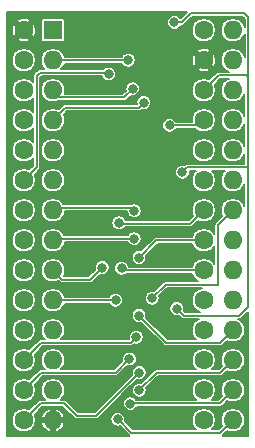
<source format=gbl>
G04 #@! TF.GenerationSoftware,KiCad,Pcbnew,(5.1.8)-1*
G04 #@! TF.CreationDate,2021-02-05T23:49:50-08:00*
G04 #@! TF.ProjectId,ROM_Emulator,524f4d5f-456d-4756-9c61-746f722e6b69,rev?*
G04 #@! TF.SameCoordinates,Original*
G04 #@! TF.FileFunction,Copper,L2,Bot*
G04 #@! TF.FilePolarity,Positive*
%FSLAX46Y46*%
G04 Gerber Fmt 4.6, Leading zero omitted, Abs format (unit mm)*
G04 Created by KiCad (PCBNEW (5.1.8)-1) date 2021-02-05 23:49:50*
%MOMM*%
%LPD*%
G01*
G04 APERTURE LIST*
G04 #@! TA.AperFunction,ComponentPad*
%ADD10C,1.600000*%
G04 #@! TD*
G04 #@! TA.AperFunction,ComponentPad*
%ADD11O,1.600000X1.600000*%
G04 #@! TD*
G04 #@! TA.AperFunction,ComponentPad*
%ADD12R,1.600000X1.600000*%
G04 #@! TD*
G04 #@! TA.AperFunction,ViaPad*
%ADD13C,0.800000*%
G04 #@! TD*
G04 #@! TA.AperFunction,Conductor*
%ADD14C,0.152400*%
G04 #@! TD*
G04 #@! TA.AperFunction,Conductor*
%ADD15C,0.100000*%
G04 #@! TD*
G04 APERTURE END LIST*
D10*
X179806600Y-116967000D03*
X164566600Y-116967000D03*
X179806600Y-114427000D03*
X179806600Y-111887000D03*
X179806600Y-109347000D03*
X179806600Y-106807000D03*
X179806600Y-104267000D03*
X179806600Y-101727000D03*
X179806600Y-99187000D03*
X179806600Y-96647000D03*
X179806600Y-94107000D03*
X179806600Y-91567000D03*
X179806600Y-89027000D03*
X179806600Y-86487000D03*
X179806600Y-83947000D03*
X164566600Y-114427000D03*
X164566600Y-111887000D03*
X164566600Y-109347000D03*
X164566600Y-106807000D03*
X164566600Y-104267000D03*
X164566600Y-101727000D03*
X164566600Y-99187000D03*
X164566600Y-96647000D03*
X164566600Y-94107000D03*
X164566600Y-91567000D03*
X164566600Y-89027000D03*
X164566600Y-86487000D03*
X164566600Y-83947000D03*
D11*
X182270400Y-83947000D03*
X167030400Y-116967000D03*
X182270400Y-86487000D03*
X167030400Y-114427000D03*
X182270400Y-89027000D03*
X167030400Y-111887000D03*
X182270400Y-91567000D03*
X167030400Y-109347000D03*
X182270400Y-94107000D03*
X167030400Y-106807000D03*
X182270400Y-96647000D03*
X167030400Y-104267000D03*
X182270400Y-99187000D03*
X167030400Y-101727000D03*
X182270400Y-101727000D03*
X167030400Y-99187000D03*
X182270400Y-104267000D03*
X167030400Y-96647000D03*
X182270400Y-106807000D03*
X167030400Y-94107000D03*
X182270400Y-109347000D03*
X167030400Y-91567000D03*
X182270400Y-111887000D03*
X167030400Y-89027000D03*
X182270400Y-114427000D03*
X167030400Y-86487000D03*
X182270400Y-116967000D03*
D12*
X167030400Y-83947000D03*
D13*
X171881800Y-84582000D03*
X170053000Y-91440000D03*
X171907200Y-97078800D03*
X170002200Y-107772200D03*
X170129200Y-115570000D03*
X175183800Y-84709000D03*
X175514000Y-97028000D03*
X169672000Y-103911400D03*
X172339000Y-106807000D03*
X171196000Y-104038400D03*
X175437800Y-106629200D03*
X173913800Y-101600000D03*
X173913800Y-99237800D03*
X174320200Y-108102400D03*
X174734220Y-90065860D03*
X174345600Y-114427000D03*
X173786800Y-88900000D03*
X173583600Y-115570000D03*
X173405800Y-86487000D03*
X172516800Y-116890800D03*
X177317400Y-83286600D03*
X177520600Y-107518200D03*
X178003200Y-95961200D03*
X174091600Y-109931200D03*
X173507400Y-111785400D03*
X174345602Y-112928400D03*
X171754800Y-87655400D03*
X172618400Y-100253800D03*
X174320200Y-103200200D03*
X172847000Y-104089200D03*
X176911000Y-91998800D03*
D14*
X167030400Y-106807000D02*
X172339000Y-106807000D01*
X167030400Y-104267000D02*
X167830399Y-105066999D01*
X167830399Y-105066999D02*
X170167401Y-105066999D01*
X170167401Y-105066999D02*
X171196000Y-104038400D01*
X181002940Y-100454460D02*
X182270400Y-99187000D01*
X181002940Y-105470960D02*
X181002940Y-100454460D01*
X181018180Y-105486200D02*
X181002940Y-105470960D01*
X177711100Y-105486200D02*
X181018180Y-105486200D01*
X177706020Y-105481120D02*
X177711100Y-105486200D01*
X176585880Y-105481120D02*
X177706020Y-105481120D01*
X175437800Y-106629200D02*
X176585880Y-105481120D01*
X167157400Y-101600000D02*
X167030400Y-101727000D01*
X173913800Y-101600000D02*
X167157400Y-101600000D01*
X167233600Y-98983800D02*
X167030400Y-99187000D01*
X173659800Y-98983800D02*
X167233600Y-98983800D01*
X173913800Y-99237800D02*
X173659800Y-98983800D01*
X176631600Y-110413800D02*
X174320200Y-108102400D01*
X181203600Y-110413800D02*
X176631600Y-110413800D01*
X182270400Y-109347000D02*
X181203600Y-110413800D01*
X168097200Y-90500200D02*
X167030400Y-91567000D01*
X174734220Y-90065860D02*
X174299880Y-90500200D01*
X174299880Y-90500200D02*
X168097200Y-90500200D01*
X175818800Y-112953800D02*
X174345600Y-114427000D01*
X181203600Y-112953800D02*
X175818800Y-112953800D01*
X182270400Y-111887000D02*
X181203600Y-112953800D01*
X167640000Y-89636600D02*
X167030400Y-89027000D01*
X173050200Y-89636600D02*
X167640000Y-89636600D01*
X173786800Y-88900000D02*
X173050200Y-89636600D01*
X173634400Y-115519200D02*
X173583600Y-115570000D01*
X181178200Y-115519200D02*
X173634400Y-115519200D01*
X182270400Y-114427000D02*
X181178200Y-115519200D01*
X173405800Y-86487000D02*
X167030400Y-86487000D01*
X173659800Y-118033800D02*
X172516800Y-116890800D01*
X181203600Y-118033800D02*
X173659800Y-118033800D01*
X182270400Y-116967000D02*
X181203600Y-118033800D01*
X179806600Y-89027000D02*
X179882800Y-89027000D01*
X177927000Y-83286600D02*
X177317400Y-83286600D01*
X178714400Y-82499200D02*
X177927000Y-83286600D01*
X183565800Y-82854800D02*
X183210200Y-82499200D01*
X183210200Y-82499200D02*
X178714400Y-82499200D01*
X183565800Y-87909400D02*
X183565800Y-82854800D01*
X183540400Y-87934800D02*
X183565800Y-87909400D01*
X183362600Y-87757000D02*
X183540400Y-87934800D01*
X181076600Y-87757000D02*
X183362600Y-87757000D01*
X179806600Y-89027000D02*
X181076600Y-87757000D01*
X178403199Y-95561201D02*
X178003200Y-95961200D01*
X183559399Y-95561201D02*
X178403199Y-95561201D01*
X183565800Y-95554800D02*
X183559399Y-95561201D01*
X183540400Y-95529400D02*
X183565800Y-95554800D01*
X183540400Y-87934800D02*
X183540400Y-95529400D01*
X183540400Y-94894400D02*
X183515000Y-94869000D01*
X183540400Y-107365800D02*
X183540400Y-94894400D01*
X182803800Y-108102400D02*
X183540400Y-107365800D01*
X178104800Y-108102400D02*
X182803800Y-108102400D01*
X177520600Y-107518200D02*
X178104800Y-108102400D01*
X166039800Y-110413800D02*
X164566600Y-111887000D01*
X173609000Y-110413800D02*
X166039800Y-110413800D01*
X174091600Y-109931200D02*
X173609000Y-110413800D01*
X172339000Y-112953800D02*
X173507400Y-111785400D01*
X166039800Y-112953800D02*
X172339000Y-112953800D01*
X164566600Y-114427000D02*
X166039800Y-112953800D01*
X170688002Y-116586000D02*
X174345602Y-112928400D01*
X169037000Y-116586000D02*
X170688002Y-116586000D01*
X167970200Y-115519200D02*
X169037000Y-116586000D01*
X166014400Y-115519200D02*
X167970200Y-115519200D01*
X164566600Y-116967000D02*
X166014400Y-115519200D01*
X165666420Y-87825580D02*
X165666420Y-95547180D01*
X165963600Y-87528400D02*
X165666420Y-87825580D01*
X165666420Y-95547180D02*
X164566600Y-96647000D01*
X171627800Y-87528400D02*
X165963600Y-87528400D01*
X171754800Y-87655400D02*
X171627800Y-87528400D01*
X178663600Y-100330000D02*
X179806600Y-99187000D01*
X172694600Y-100330000D02*
X178663600Y-100330000D01*
X172618400Y-100253800D02*
X172694600Y-100330000D01*
X174320200Y-103200200D02*
X175793400Y-101727000D01*
X175793400Y-101727000D02*
X179806600Y-101727000D01*
X179806600Y-104267000D02*
X173024800Y-104267000D01*
X173024800Y-104267000D02*
X172847000Y-104089200D01*
X179374800Y-91998800D02*
X179806600Y-91567000D01*
X176911000Y-91998800D02*
X179374800Y-91998800D01*
X177842112Y-82940436D02*
X177805666Y-82885891D01*
X177718109Y-82798334D01*
X177615154Y-82729541D01*
X177500756Y-82682156D01*
X177379312Y-82658000D01*
X177255488Y-82658000D01*
X177134044Y-82682156D01*
X177019646Y-82729541D01*
X176916691Y-82798334D01*
X176829134Y-82885891D01*
X176760341Y-82988846D01*
X176712956Y-83103244D01*
X176688800Y-83224688D01*
X176688800Y-83348512D01*
X176712956Y-83469956D01*
X176760341Y-83584354D01*
X176829134Y-83687309D01*
X176916691Y-83774866D01*
X177019646Y-83843659D01*
X177134044Y-83891044D01*
X177255488Y-83915200D01*
X177379312Y-83915200D01*
X177500756Y-83891044D01*
X177610245Y-83845692D01*
X178778000Y-83845692D01*
X178778000Y-84048308D01*
X178817528Y-84247032D01*
X178895066Y-84434225D01*
X179007634Y-84602694D01*
X179150906Y-84745966D01*
X179319375Y-84858534D01*
X179506568Y-84936072D01*
X179705292Y-84975600D01*
X179907908Y-84975600D01*
X180106632Y-84936072D01*
X180293825Y-84858534D01*
X180462294Y-84745966D01*
X180605566Y-84602694D01*
X180718134Y-84434225D01*
X180795672Y-84247032D01*
X180835200Y-84048308D01*
X180835200Y-83845692D01*
X180795672Y-83646968D01*
X180718134Y-83459775D01*
X180605566Y-83291306D01*
X180462294Y-83148034D01*
X180293825Y-83035466D01*
X180106632Y-82957928D01*
X179907908Y-82918400D01*
X179705292Y-82918400D01*
X179506568Y-82957928D01*
X179319375Y-83035466D01*
X179150906Y-83148034D01*
X179007634Y-83291306D01*
X178895066Y-83459775D01*
X178817528Y-83646968D01*
X178778000Y-83845692D01*
X177610245Y-83845692D01*
X177615154Y-83843659D01*
X177718109Y-83774866D01*
X177805666Y-83687309D01*
X177869751Y-83591400D01*
X177912042Y-83591400D01*
X177927000Y-83592873D01*
X177941958Y-83591400D01*
X177941966Y-83591400D01*
X177986751Y-83586989D01*
X178044206Y-83569560D01*
X178097157Y-83541258D01*
X178143568Y-83503168D01*
X178153112Y-83491539D01*
X178840652Y-82804000D01*
X183083949Y-82804000D01*
X183261001Y-82981053D01*
X183261001Y-83654654D01*
X183259472Y-83646968D01*
X183181934Y-83459775D01*
X183069366Y-83291306D01*
X182926094Y-83148034D01*
X182757625Y-83035466D01*
X182570432Y-82957928D01*
X182371708Y-82918400D01*
X182169092Y-82918400D01*
X181970368Y-82957928D01*
X181783175Y-83035466D01*
X181614706Y-83148034D01*
X181471434Y-83291306D01*
X181358866Y-83459775D01*
X181281328Y-83646968D01*
X181241800Y-83845692D01*
X181241800Y-84048308D01*
X181281328Y-84247032D01*
X181358866Y-84434225D01*
X181471434Y-84602694D01*
X181614706Y-84745966D01*
X181783175Y-84858534D01*
X181970368Y-84936072D01*
X182169092Y-84975600D01*
X182371708Y-84975600D01*
X182570432Y-84936072D01*
X182757625Y-84858534D01*
X182926094Y-84745966D01*
X183069366Y-84602694D01*
X183181934Y-84434225D01*
X183259472Y-84247032D01*
X183261001Y-84239346D01*
X183261000Y-86194652D01*
X183259472Y-86186968D01*
X183181934Y-85999775D01*
X183069366Y-85831306D01*
X182926094Y-85688034D01*
X182757625Y-85575466D01*
X182570432Y-85497928D01*
X182371708Y-85458400D01*
X182169092Y-85458400D01*
X181970368Y-85497928D01*
X181783175Y-85575466D01*
X181614706Y-85688034D01*
X181471434Y-85831306D01*
X181358866Y-85999775D01*
X181281328Y-86186968D01*
X181241800Y-86385692D01*
X181241800Y-86588308D01*
X181281328Y-86787032D01*
X181358866Y-86974225D01*
X181471434Y-87142694D01*
X181614706Y-87285966D01*
X181783175Y-87398534D01*
X181912736Y-87452200D01*
X181091557Y-87452200D01*
X181076599Y-87450727D01*
X181061641Y-87452200D01*
X181061634Y-87452200D01*
X181022489Y-87456055D01*
X181016848Y-87456611D01*
X181003476Y-87460668D01*
X180959394Y-87474040D01*
X180906443Y-87502342D01*
X180860032Y-87540432D01*
X180850492Y-87552056D01*
X180289057Y-88113491D01*
X180106632Y-88037928D01*
X179907908Y-87998400D01*
X179705292Y-87998400D01*
X179506568Y-88037928D01*
X179319375Y-88115466D01*
X179150906Y-88228034D01*
X179007634Y-88371306D01*
X178895066Y-88539775D01*
X178817528Y-88726968D01*
X178778000Y-88925692D01*
X178778000Y-89128308D01*
X178817528Y-89327032D01*
X178895066Y-89514225D01*
X179007634Y-89682694D01*
X179150906Y-89825966D01*
X179319375Y-89938534D01*
X179506568Y-90016072D01*
X179705292Y-90055600D01*
X179907908Y-90055600D01*
X180106632Y-90016072D01*
X180293825Y-89938534D01*
X180462294Y-89825966D01*
X180605566Y-89682694D01*
X180718134Y-89514225D01*
X180795672Y-89327032D01*
X180835200Y-89128308D01*
X180835200Y-88925692D01*
X180795672Y-88726968D01*
X180720109Y-88544543D01*
X181202852Y-88061800D01*
X181912736Y-88061800D01*
X181783175Y-88115466D01*
X181614706Y-88228034D01*
X181471434Y-88371306D01*
X181358866Y-88539775D01*
X181281328Y-88726968D01*
X181241800Y-88925692D01*
X181241800Y-89128308D01*
X181281328Y-89327032D01*
X181358866Y-89514225D01*
X181471434Y-89682694D01*
X181614706Y-89825966D01*
X181783175Y-89938534D01*
X181970368Y-90016072D01*
X182169092Y-90055600D01*
X182371708Y-90055600D01*
X182570432Y-90016072D01*
X182757625Y-89938534D01*
X182926094Y-89825966D01*
X183069366Y-89682694D01*
X183181934Y-89514225D01*
X183235600Y-89384664D01*
X183235600Y-91209337D01*
X183181934Y-91079775D01*
X183069366Y-90911306D01*
X182926094Y-90768034D01*
X182757625Y-90655466D01*
X182570432Y-90577928D01*
X182371708Y-90538400D01*
X182169092Y-90538400D01*
X181970368Y-90577928D01*
X181783175Y-90655466D01*
X181614706Y-90768034D01*
X181471434Y-90911306D01*
X181358866Y-91079775D01*
X181281328Y-91266968D01*
X181241800Y-91465692D01*
X181241800Y-91668308D01*
X181281328Y-91867032D01*
X181358866Y-92054225D01*
X181471434Y-92222694D01*
X181614706Y-92365966D01*
X181783175Y-92478534D01*
X181970368Y-92556072D01*
X182169092Y-92595600D01*
X182371708Y-92595600D01*
X182570432Y-92556072D01*
X182757625Y-92478534D01*
X182926094Y-92365966D01*
X183069366Y-92222694D01*
X183181934Y-92054225D01*
X183235601Y-91924663D01*
X183235601Y-93749338D01*
X183181934Y-93619775D01*
X183069366Y-93451306D01*
X182926094Y-93308034D01*
X182757625Y-93195466D01*
X182570432Y-93117928D01*
X182371708Y-93078400D01*
X182169092Y-93078400D01*
X181970368Y-93117928D01*
X181783175Y-93195466D01*
X181614706Y-93308034D01*
X181471434Y-93451306D01*
X181358866Y-93619775D01*
X181281328Y-93806968D01*
X181241800Y-94005692D01*
X181241800Y-94208308D01*
X181281328Y-94407032D01*
X181358866Y-94594225D01*
X181471434Y-94762694D01*
X181614706Y-94905966D01*
X181783175Y-95018534D01*
X181970368Y-95096072D01*
X182169092Y-95135600D01*
X182371708Y-95135600D01*
X182570432Y-95096072D01*
X182757625Y-95018534D01*
X182926094Y-94905966D01*
X183069366Y-94762694D01*
X183181934Y-94594225D01*
X183235601Y-94464662D01*
X183235601Y-94745133D01*
X183232040Y-94751795D01*
X183214611Y-94809249D01*
X183208727Y-94869000D01*
X183214611Y-94928751D01*
X183232040Y-94986205D01*
X183235601Y-94992867D01*
X183235601Y-95256401D01*
X178418156Y-95256401D01*
X178403198Y-95254928D01*
X178388240Y-95256401D01*
X178388233Y-95256401D01*
X178349088Y-95260256D01*
X178343447Y-95260812D01*
X178297524Y-95274743D01*
X178285993Y-95278241D01*
X178233042Y-95306543D01*
X178186631Y-95344633D01*
X178178067Y-95355068D01*
X178065112Y-95332600D01*
X177941288Y-95332600D01*
X177819844Y-95356756D01*
X177705446Y-95404141D01*
X177602491Y-95472934D01*
X177514934Y-95560491D01*
X177446141Y-95663446D01*
X177398756Y-95777844D01*
X177374600Y-95899288D01*
X177374600Y-96023112D01*
X177398756Y-96144556D01*
X177446141Y-96258954D01*
X177514934Y-96361909D01*
X177602491Y-96449466D01*
X177705446Y-96518259D01*
X177819844Y-96565644D01*
X177941288Y-96589800D01*
X178065112Y-96589800D01*
X178186556Y-96565644D01*
X178300954Y-96518259D01*
X178403909Y-96449466D01*
X178491466Y-96361909D01*
X178560259Y-96258954D01*
X178607644Y-96144556D01*
X178631800Y-96023112D01*
X178631800Y-95899288D01*
X178625179Y-95866001D01*
X179132939Y-95866001D01*
X179007634Y-95991306D01*
X178895066Y-96159775D01*
X178817528Y-96346968D01*
X178778000Y-96545692D01*
X178778000Y-96748308D01*
X178817528Y-96947032D01*
X178895066Y-97134225D01*
X179007634Y-97302694D01*
X179150906Y-97445966D01*
X179319375Y-97558534D01*
X179506568Y-97636072D01*
X179705292Y-97675600D01*
X179907908Y-97675600D01*
X180106632Y-97636072D01*
X180293825Y-97558534D01*
X180462294Y-97445966D01*
X180605566Y-97302694D01*
X180718134Y-97134225D01*
X180795672Y-96947032D01*
X180835200Y-96748308D01*
X180835200Y-96545692D01*
X180795672Y-96346968D01*
X180718134Y-96159775D01*
X180605566Y-95991306D01*
X180480261Y-95866001D01*
X181596739Y-95866001D01*
X181471434Y-95991306D01*
X181358866Y-96159775D01*
X181281328Y-96346968D01*
X181241800Y-96545692D01*
X181241800Y-96748308D01*
X181281328Y-96947032D01*
X181358866Y-97134225D01*
X181471434Y-97302694D01*
X181614706Y-97445966D01*
X181783175Y-97558534D01*
X181970368Y-97636072D01*
X182169092Y-97675600D01*
X182371708Y-97675600D01*
X182570432Y-97636072D01*
X182757625Y-97558534D01*
X182926094Y-97445966D01*
X183069366Y-97302694D01*
X183181934Y-97134225D01*
X183235601Y-97004662D01*
X183235601Y-98829338D01*
X183181934Y-98699775D01*
X183069366Y-98531306D01*
X182926094Y-98388034D01*
X182757625Y-98275466D01*
X182570432Y-98197928D01*
X182371708Y-98158400D01*
X182169092Y-98158400D01*
X181970368Y-98197928D01*
X181783175Y-98275466D01*
X181614706Y-98388034D01*
X181471434Y-98531306D01*
X181358866Y-98699775D01*
X181281328Y-98886968D01*
X181241800Y-99085692D01*
X181241800Y-99288308D01*
X181281328Y-99487032D01*
X181356891Y-99669457D01*
X180797997Y-100228352D01*
X180786373Y-100237892D01*
X180748283Y-100284303D01*
X180733155Y-100312606D01*
X180719980Y-100337255D01*
X180702551Y-100394709D01*
X180696667Y-100454460D01*
X180698141Y-100469428D01*
X180698141Y-101209853D01*
X180605566Y-101071306D01*
X180462294Y-100928034D01*
X180293825Y-100815466D01*
X180106632Y-100737928D01*
X179907908Y-100698400D01*
X179705292Y-100698400D01*
X179506568Y-100737928D01*
X179319375Y-100815466D01*
X179150906Y-100928034D01*
X179007634Y-101071306D01*
X178895066Y-101239775D01*
X178819503Y-101422200D01*
X175808357Y-101422200D01*
X175793399Y-101420727D01*
X175778441Y-101422200D01*
X175778434Y-101422200D01*
X175739289Y-101426055D01*
X175733648Y-101426611D01*
X175722991Y-101429844D01*
X175676194Y-101444040D01*
X175623243Y-101472342D01*
X175576832Y-101510432D01*
X175567292Y-101522056D01*
X174495246Y-102594103D01*
X174382112Y-102571600D01*
X174258288Y-102571600D01*
X174136844Y-102595756D01*
X174022446Y-102643141D01*
X173919491Y-102711934D01*
X173831934Y-102799491D01*
X173763141Y-102902446D01*
X173715756Y-103016844D01*
X173691600Y-103138288D01*
X173691600Y-103262112D01*
X173715756Y-103383556D01*
X173763141Y-103497954D01*
X173831934Y-103600909D01*
X173919491Y-103688466D01*
X174022446Y-103757259D01*
X174136844Y-103804644D01*
X174258288Y-103828800D01*
X174382112Y-103828800D01*
X174503556Y-103804644D01*
X174617954Y-103757259D01*
X174720909Y-103688466D01*
X174808466Y-103600909D01*
X174877259Y-103497954D01*
X174924644Y-103383556D01*
X174948800Y-103262112D01*
X174948800Y-103138288D01*
X174926297Y-103025154D01*
X175919652Y-102031800D01*
X178819503Y-102031800D01*
X178895066Y-102214225D01*
X179007634Y-102382694D01*
X179150906Y-102525966D01*
X179319375Y-102638534D01*
X179506568Y-102716072D01*
X179705292Y-102755600D01*
X179907908Y-102755600D01*
X180106632Y-102716072D01*
X180293825Y-102638534D01*
X180462294Y-102525966D01*
X180605566Y-102382694D01*
X180698141Y-102244147D01*
X180698140Y-103749853D01*
X180605566Y-103611306D01*
X180462294Y-103468034D01*
X180293825Y-103355466D01*
X180106632Y-103277928D01*
X179907908Y-103238400D01*
X179705292Y-103238400D01*
X179506568Y-103277928D01*
X179319375Y-103355466D01*
X179150906Y-103468034D01*
X179007634Y-103611306D01*
X178895066Y-103779775D01*
X178819503Y-103962200D01*
X173462654Y-103962200D01*
X173451444Y-103905844D01*
X173404059Y-103791446D01*
X173335266Y-103688491D01*
X173247709Y-103600934D01*
X173144754Y-103532141D01*
X173030356Y-103484756D01*
X172908912Y-103460600D01*
X172785088Y-103460600D01*
X172663644Y-103484756D01*
X172549246Y-103532141D01*
X172446291Y-103600934D01*
X172358734Y-103688491D01*
X172289941Y-103791446D01*
X172242556Y-103905844D01*
X172218400Y-104027288D01*
X172218400Y-104151112D01*
X172242556Y-104272556D01*
X172289941Y-104386954D01*
X172358734Y-104489909D01*
X172446291Y-104577466D01*
X172549246Y-104646259D01*
X172663644Y-104693644D01*
X172785088Y-104717800D01*
X172908912Y-104717800D01*
X173030356Y-104693644D01*
X173144754Y-104646259D01*
X173247709Y-104577466D01*
X173253375Y-104571800D01*
X178819503Y-104571800D01*
X178895066Y-104754225D01*
X179007634Y-104922694D01*
X179150906Y-105065966D01*
X179319375Y-105178534D01*
X179326294Y-105181400D01*
X177767976Y-105181400D01*
X177765771Y-105180731D01*
X177720986Y-105176320D01*
X177720978Y-105176320D01*
X177706020Y-105174847D01*
X177691062Y-105176320D01*
X176600837Y-105176320D01*
X176585879Y-105174847D01*
X176570921Y-105176320D01*
X176570914Y-105176320D01*
X176531769Y-105180175D01*
X176526128Y-105180731D01*
X176514680Y-105184204D01*
X176468674Y-105198160D01*
X176415723Y-105226462D01*
X176393316Y-105244852D01*
X176381692Y-105254392D01*
X176369312Y-105264552D01*
X176359772Y-105276176D01*
X175612846Y-106023103D01*
X175499712Y-106000600D01*
X175375888Y-106000600D01*
X175254444Y-106024756D01*
X175140046Y-106072141D01*
X175037091Y-106140934D01*
X174949534Y-106228491D01*
X174880741Y-106331446D01*
X174833356Y-106445844D01*
X174809200Y-106567288D01*
X174809200Y-106691112D01*
X174833356Y-106812556D01*
X174880741Y-106926954D01*
X174949534Y-107029909D01*
X175037091Y-107117466D01*
X175140046Y-107186259D01*
X175254444Y-107233644D01*
X175375888Y-107257800D01*
X175499712Y-107257800D01*
X175621156Y-107233644D01*
X175735554Y-107186259D01*
X175838509Y-107117466D01*
X175926066Y-107029909D01*
X175994859Y-106926954D01*
X176042244Y-106812556D01*
X176066400Y-106691112D01*
X176066400Y-106567288D01*
X176043897Y-106454154D01*
X176712132Y-105785920D01*
X177649144Y-105785920D01*
X177651349Y-105786589D01*
X177696134Y-105791000D01*
X177696141Y-105791000D01*
X177711099Y-105792473D01*
X177726057Y-105791000D01*
X179641946Y-105791000D01*
X179506568Y-105817928D01*
X179319375Y-105895466D01*
X179150906Y-106008034D01*
X179007634Y-106151306D01*
X178895066Y-106319775D01*
X178817528Y-106506968D01*
X178778000Y-106705692D01*
X178778000Y-106908308D01*
X178817528Y-107107032D01*
X178895066Y-107294225D01*
X179007634Y-107462694D01*
X179150906Y-107605966D01*
X179319375Y-107718534D01*
X179506568Y-107796072D01*
X179514250Y-107797600D01*
X178231053Y-107797600D01*
X178126697Y-107693245D01*
X178149200Y-107580112D01*
X178149200Y-107456288D01*
X178125044Y-107334844D01*
X178077659Y-107220446D01*
X178008866Y-107117491D01*
X177921309Y-107029934D01*
X177818354Y-106961141D01*
X177703956Y-106913756D01*
X177582512Y-106889600D01*
X177458688Y-106889600D01*
X177337244Y-106913756D01*
X177222846Y-106961141D01*
X177119891Y-107029934D01*
X177032334Y-107117491D01*
X176963541Y-107220446D01*
X176916156Y-107334844D01*
X176892000Y-107456288D01*
X176892000Y-107580112D01*
X176916156Y-107701556D01*
X176963541Y-107815954D01*
X177032334Y-107918909D01*
X177119891Y-108006466D01*
X177222846Y-108075259D01*
X177337244Y-108122644D01*
X177458688Y-108146800D01*
X177582512Y-108146800D01*
X177695645Y-108124297D01*
X177878697Y-108307350D01*
X177888232Y-108318968D01*
X177899850Y-108328503D01*
X177899856Y-108328509D01*
X177917755Y-108343198D01*
X177934643Y-108357058D01*
X177987594Y-108385360D01*
X178045049Y-108402789D01*
X178089834Y-108407200D01*
X178089842Y-108407200D01*
X178104800Y-108408673D01*
X178119758Y-108407200D01*
X179387615Y-108407200D01*
X179319375Y-108435466D01*
X179150906Y-108548034D01*
X179007634Y-108691306D01*
X178895066Y-108859775D01*
X178817528Y-109046968D01*
X178778000Y-109245692D01*
X178778000Y-109448308D01*
X178817528Y-109647032D01*
X178895066Y-109834225D01*
X179007634Y-110002694D01*
X179113940Y-110109000D01*
X176757852Y-110109000D01*
X174926297Y-108277446D01*
X174948800Y-108164312D01*
X174948800Y-108040488D01*
X174924644Y-107919044D01*
X174877259Y-107804646D01*
X174808466Y-107701691D01*
X174720909Y-107614134D01*
X174617954Y-107545341D01*
X174503556Y-107497956D01*
X174382112Y-107473800D01*
X174258288Y-107473800D01*
X174136844Y-107497956D01*
X174022446Y-107545341D01*
X173919491Y-107614134D01*
X173831934Y-107701691D01*
X173763141Y-107804646D01*
X173715756Y-107919044D01*
X173691600Y-108040488D01*
X173691600Y-108164312D01*
X173715756Y-108285756D01*
X173763141Y-108400154D01*
X173831934Y-108503109D01*
X173919491Y-108590666D01*
X174022446Y-108659459D01*
X174136844Y-108706844D01*
X174258288Y-108731000D01*
X174382112Y-108731000D01*
X174495246Y-108708497D01*
X176405492Y-110618744D01*
X176415032Y-110630368D01*
X176461443Y-110668458D01*
X176514394Y-110696760D01*
X176558476Y-110710132D01*
X176571848Y-110714189D01*
X176577489Y-110714745D01*
X176616634Y-110718600D01*
X176616641Y-110718600D01*
X176631599Y-110720073D01*
X176646557Y-110718600D01*
X181188642Y-110718600D01*
X181203600Y-110720073D01*
X181218558Y-110718600D01*
X181218566Y-110718600D01*
X181263351Y-110714189D01*
X181320806Y-110696760D01*
X181373757Y-110668458D01*
X181420168Y-110630368D01*
X181429712Y-110618739D01*
X181787943Y-110260509D01*
X181970368Y-110336072D01*
X182169092Y-110375600D01*
X182371708Y-110375600D01*
X182570432Y-110336072D01*
X182757625Y-110258534D01*
X182926094Y-110145966D01*
X183069366Y-110002694D01*
X183181934Y-109834225D01*
X183259472Y-109647032D01*
X183299000Y-109448308D01*
X183299000Y-109245692D01*
X183259472Y-109046968D01*
X183181934Y-108859775D01*
X183069366Y-108691306D01*
X182926094Y-108548034D01*
X182757625Y-108435466D01*
X182689385Y-108407200D01*
X182788842Y-108407200D01*
X182803800Y-108408673D01*
X182818758Y-108407200D01*
X182818766Y-108407200D01*
X182863551Y-108402789D01*
X182921006Y-108385360D01*
X182973957Y-108357058D01*
X183020368Y-108318968D01*
X183029912Y-108307339D01*
X183570199Y-107767053D01*
X183540613Y-118262682D01*
X181395471Y-118270637D01*
X181420168Y-118250368D01*
X181429712Y-118238739D01*
X181787943Y-117880509D01*
X181970368Y-117956072D01*
X182169092Y-117995600D01*
X182371708Y-117995600D01*
X182570432Y-117956072D01*
X182757625Y-117878534D01*
X182926094Y-117765966D01*
X183069366Y-117622694D01*
X183181934Y-117454225D01*
X183259472Y-117267032D01*
X183299000Y-117068308D01*
X183299000Y-116865692D01*
X183259472Y-116666968D01*
X183181934Y-116479775D01*
X183069366Y-116311306D01*
X182926094Y-116168034D01*
X182757625Y-116055466D01*
X182570432Y-115977928D01*
X182371708Y-115938400D01*
X182169092Y-115938400D01*
X181970368Y-115977928D01*
X181783175Y-116055466D01*
X181614706Y-116168034D01*
X181471434Y-116311306D01*
X181358866Y-116479775D01*
X181281328Y-116666968D01*
X181241800Y-116865692D01*
X181241800Y-117068308D01*
X181281328Y-117267032D01*
X181356891Y-117449457D01*
X181077349Y-117729000D01*
X180499260Y-117729000D01*
X180605566Y-117622694D01*
X180718134Y-117454225D01*
X180795672Y-117267032D01*
X180835200Y-117068308D01*
X180835200Y-116865692D01*
X180795672Y-116666968D01*
X180718134Y-116479775D01*
X180605566Y-116311306D01*
X180462294Y-116168034D01*
X180293825Y-116055466D01*
X180106632Y-115977928D01*
X179907908Y-115938400D01*
X179705292Y-115938400D01*
X179506568Y-115977928D01*
X179319375Y-116055466D01*
X179150906Y-116168034D01*
X179007634Y-116311306D01*
X178895066Y-116479775D01*
X178817528Y-116666968D01*
X178778000Y-116865692D01*
X178778000Y-117068308D01*
X178817528Y-117267032D01*
X178895066Y-117454225D01*
X179007634Y-117622694D01*
X179113940Y-117729000D01*
X173786052Y-117729000D01*
X173122897Y-117065846D01*
X173145400Y-116952712D01*
X173145400Y-116828888D01*
X173121244Y-116707444D01*
X173073859Y-116593046D01*
X173005066Y-116490091D01*
X172917509Y-116402534D01*
X172814554Y-116333741D01*
X172700156Y-116286356D01*
X172578712Y-116262200D01*
X172454888Y-116262200D01*
X172333444Y-116286356D01*
X172219046Y-116333741D01*
X172116091Y-116402534D01*
X172028534Y-116490091D01*
X171959741Y-116593046D01*
X171912356Y-116707444D01*
X171888200Y-116828888D01*
X171888200Y-116952712D01*
X171912356Y-117074156D01*
X171959741Y-117188554D01*
X172028534Y-117291509D01*
X172116091Y-117379066D01*
X172219046Y-117447859D01*
X172333444Y-117495244D01*
X172454888Y-117519400D01*
X172578712Y-117519400D01*
X172691846Y-117496897D01*
X173433692Y-118238744D01*
X173443232Y-118250368D01*
X173489643Y-118288458D01*
X173511002Y-118299874D01*
X163144200Y-118338317D01*
X163144200Y-116865692D01*
X163538000Y-116865692D01*
X163538000Y-117068308D01*
X163577528Y-117267032D01*
X163655066Y-117454225D01*
X163767634Y-117622694D01*
X163910906Y-117765966D01*
X164079375Y-117878534D01*
X164266568Y-117956072D01*
X164465292Y-117995600D01*
X164667908Y-117995600D01*
X164866632Y-117956072D01*
X165053825Y-117878534D01*
X165222294Y-117765966D01*
X165365566Y-117622694D01*
X165478134Y-117454225D01*
X165541561Y-117301097D01*
X166057570Y-117301097D01*
X166106255Y-117418658D01*
X166212126Y-117590271D01*
X166349443Y-117737932D01*
X166512929Y-117855967D01*
X166696301Y-117939839D01*
X166852600Y-117922976D01*
X166852600Y-117144800D01*
X167208200Y-117144800D01*
X167208200Y-117922976D01*
X167364499Y-117939839D01*
X167547871Y-117855967D01*
X167711357Y-117737932D01*
X167848674Y-117590271D01*
X167954545Y-117418658D01*
X168003230Y-117301097D01*
X167985440Y-117144800D01*
X167208200Y-117144800D01*
X166852600Y-117144800D01*
X166075360Y-117144800D01*
X166057570Y-117301097D01*
X165541561Y-117301097D01*
X165555672Y-117267032D01*
X165595200Y-117068308D01*
X165595200Y-116865692D01*
X165555672Y-116666968D01*
X165541562Y-116632903D01*
X166057570Y-116632903D01*
X166075360Y-116789200D01*
X166852600Y-116789200D01*
X166852600Y-116011024D01*
X167208200Y-116011024D01*
X167208200Y-116789200D01*
X167985440Y-116789200D01*
X168003230Y-116632903D01*
X167954545Y-116515342D01*
X167848674Y-116343729D01*
X167711357Y-116196068D01*
X167547871Y-116078033D01*
X167364499Y-115994161D01*
X167208200Y-116011024D01*
X166852600Y-116011024D01*
X166696301Y-115994161D01*
X166512929Y-116078033D01*
X166349443Y-116196068D01*
X166212126Y-116343729D01*
X166106255Y-116515342D01*
X166057570Y-116632903D01*
X165541562Y-116632903D01*
X165480109Y-116484543D01*
X166140652Y-115824000D01*
X167843949Y-115824000D01*
X168810892Y-116790944D01*
X168820432Y-116802568D01*
X168866843Y-116840658D01*
X168913680Y-116865692D01*
X168919794Y-116868960D01*
X168977248Y-116886389D01*
X168982889Y-116886945D01*
X169022034Y-116890800D01*
X169022041Y-116890800D01*
X169036999Y-116892273D01*
X169051957Y-116890800D01*
X170673044Y-116890800D01*
X170688002Y-116892273D01*
X170702960Y-116890800D01*
X170702968Y-116890800D01*
X170747753Y-116886389D01*
X170805208Y-116868960D01*
X170858159Y-116840658D01*
X170904570Y-116802568D01*
X170914114Y-116790939D01*
X172196965Y-115508088D01*
X172955000Y-115508088D01*
X172955000Y-115631912D01*
X172979156Y-115753356D01*
X173026541Y-115867754D01*
X173095334Y-115970709D01*
X173182891Y-116058266D01*
X173285846Y-116127059D01*
X173400244Y-116174444D01*
X173521688Y-116198600D01*
X173645512Y-116198600D01*
X173766956Y-116174444D01*
X173881354Y-116127059D01*
X173984309Y-116058266D01*
X174071866Y-115970709D01*
X174140659Y-115867754D01*
X174158782Y-115824000D01*
X181163242Y-115824000D01*
X181178200Y-115825473D01*
X181193158Y-115824000D01*
X181193166Y-115824000D01*
X181237951Y-115819589D01*
X181295406Y-115802160D01*
X181348357Y-115773858D01*
X181394768Y-115735768D01*
X181404312Y-115724139D01*
X181787943Y-115340509D01*
X181970368Y-115416072D01*
X182169092Y-115455600D01*
X182371708Y-115455600D01*
X182570432Y-115416072D01*
X182757625Y-115338534D01*
X182926094Y-115225966D01*
X183069366Y-115082694D01*
X183181934Y-114914225D01*
X183259472Y-114727032D01*
X183299000Y-114528308D01*
X183299000Y-114325692D01*
X183259472Y-114126968D01*
X183181934Y-113939775D01*
X183069366Y-113771306D01*
X182926094Y-113628034D01*
X182757625Y-113515466D01*
X182570432Y-113437928D01*
X182371708Y-113398400D01*
X182169092Y-113398400D01*
X181970368Y-113437928D01*
X181783175Y-113515466D01*
X181614706Y-113628034D01*
X181471434Y-113771306D01*
X181358866Y-113939775D01*
X181281328Y-114126968D01*
X181241800Y-114325692D01*
X181241800Y-114528308D01*
X181281328Y-114727032D01*
X181356891Y-114909457D01*
X181051949Y-115214400D01*
X180473860Y-115214400D01*
X180605566Y-115082694D01*
X180718134Y-114914225D01*
X180795672Y-114727032D01*
X180835200Y-114528308D01*
X180835200Y-114325692D01*
X180795672Y-114126968D01*
X180718134Y-113939775D01*
X180605566Y-113771306D01*
X180462294Y-113628034D01*
X180293825Y-113515466D01*
X180106632Y-113437928D01*
X179907908Y-113398400D01*
X179705292Y-113398400D01*
X179506568Y-113437928D01*
X179319375Y-113515466D01*
X179150906Y-113628034D01*
X179007634Y-113771306D01*
X178895066Y-113939775D01*
X178817528Y-114126968D01*
X178778000Y-114325692D01*
X178778000Y-114528308D01*
X178817528Y-114727032D01*
X178895066Y-114914225D01*
X179007634Y-115082694D01*
X179139340Y-115214400D01*
X174102007Y-115214400D01*
X174071866Y-115169291D01*
X173984309Y-115081734D01*
X173881354Y-115012941D01*
X173766956Y-114965556D01*
X173645512Y-114941400D01*
X173521688Y-114941400D01*
X173400244Y-114965556D01*
X173285846Y-115012941D01*
X173182891Y-115081734D01*
X173095334Y-115169291D01*
X173026541Y-115272246D01*
X172979156Y-115386644D01*
X172955000Y-115508088D01*
X172196965Y-115508088D01*
X173339966Y-114365088D01*
X173717000Y-114365088D01*
X173717000Y-114488912D01*
X173741156Y-114610356D01*
X173788541Y-114724754D01*
X173857334Y-114827709D01*
X173944891Y-114915266D01*
X174047846Y-114984059D01*
X174162244Y-115031444D01*
X174283688Y-115055600D01*
X174407512Y-115055600D01*
X174528956Y-115031444D01*
X174643354Y-114984059D01*
X174746309Y-114915266D01*
X174833866Y-114827709D01*
X174902659Y-114724754D01*
X174950044Y-114610356D01*
X174974200Y-114488912D01*
X174974200Y-114365088D01*
X174951697Y-114251954D01*
X175945052Y-113258600D01*
X181188642Y-113258600D01*
X181203600Y-113260073D01*
X181218558Y-113258600D01*
X181218566Y-113258600D01*
X181263351Y-113254189D01*
X181320806Y-113236760D01*
X181373757Y-113208458D01*
X181420168Y-113170368D01*
X181429712Y-113158739D01*
X181787943Y-112800509D01*
X181970368Y-112876072D01*
X182169092Y-112915600D01*
X182371708Y-112915600D01*
X182570432Y-112876072D01*
X182757625Y-112798534D01*
X182926094Y-112685966D01*
X183069366Y-112542694D01*
X183181934Y-112374225D01*
X183259472Y-112187032D01*
X183299000Y-111988308D01*
X183299000Y-111785692D01*
X183259472Y-111586968D01*
X183181934Y-111399775D01*
X183069366Y-111231306D01*
X182926094Y-111088034D01*
X182757625Y-110975466D01*
X182570432Y-110897928D01*
X182371708Y-110858400D01*
X182169092Y-110858400D01*
X181970368Y-110897928D01*
X181783175Y-110975466D01*
X181614706Y-111088034D01*
X181471434Y-111231306D01*
X181358866Y-111399775D01*
X181281328Y-111586968D01*
X181241800Y-111785692D01*
X181241800Y-111988308D01*
X181281328Y-112187032D01*
X181356891Y-112369457D01*
X181077349Y-112649000D01*
X180499260Y-112649000D01*
X180605566Y-112542694D01*
X180718134Y-112374225D01*
X180795672Y-112187032D01*
X180835200Y-111988308D01*
X180835200Y-111785692D01*
X180795672Y-111586968D01*
X180718134Y-111399775D01*
X180605566Y-111231306D01*
X180462294Y-111088034D01*
X180293825Y-110975466D01*
X180106632Y-110897928D01*
X179907908Y-110858400D01*
X179705292Y-110858400D01*
X179506568Y-110897928D01*
X179319375Y-110975466D01*
X179150906Y-111088034D01*
X179007634Y-111231306D01*
X178895066Y-111399775D01*
X178817528Y-111586968D01*
X178778000Y-111785692D01*
X178778000Y-111988308D01*
X178817528Y-112187032D01*
X178895066Y-112374225D01*
X179007634Y-112542694D01*
X179113940Y-112649000D01*
X175833757Y-112649000D01*
X175818799Y-112647527D01*
X175803841Y-112649000D01*
X175803834Y-112649000D01*
X175764689Y-112652855D01*
X175759048Y-112653411D01*
X175741619Y-112658698D01*
X175701594Y-112670840D01*
X175648643Y-112699142D01*
X175602232Y-112737232D01*
X175592692Y-112748856D01*
X174520646Y-113820903D01*
X174407512Y-113798400D01*
X174283688Y-113798400D01*
X174162244Y-113822556D01*
X174047846Y-113869941D01*
X173944891Y-113938734D01*
X173857334Y-114026291D01*
X173788541Y-114129246D01*
X173741156Y-114243644D01*
X173717000Y-114365088D01*
X173339966Y-114365088D01*
X174170558Y-113534497D01*
X174283690Y-113557000D01*
X174407514Y-113557000D01*
X174528958Y-113532844D01*
X174643356Y-113485459D01*
X174746311Y-113416666D01*
X174833868Y-113329109D01*
X174902661Y-113226154D01*
X174950046Y-113111756D01*
X174974202Y-112990312D01*
X174974202Y-112866488D01*
X174950046Y-112745044D01*
X174902661Y-112630646D01*
X174833868Y-112527691D01*
X174746311Y-112440134D01*
X174643356Y-112371341D01*
X174528958Y-112323956D01*
X174407514Y-112299800D01*
X174283690Y-112299800D01*
X174162246Y-112323956D01*
X174047848Y-112371341D01*
X173944893Y-112440134D01*
X173857336Y-112527691D01*
X173788543Y-112630646D01*
X173741158Y-112745044D01*
X173717002Y-112866488D01*
X173717002Y-112990312D01*
X173739505Y-113103444D01*
X170561751Y-116281200D01*
X169163252Y-116281200D01*
X168196312Y-115314261D01*
X168186768Y-115302632D01*
X168140357Y-115264542D01*
X168087406Y-115236240D01*
X168029951Y-115218811D01*
X167985166Y-115214400D01*
X167985158Y-115214400D01*
X167970200Y-115212927D01*
X167955242Y-115214400D01*
X167697660Y-115214400D01*
X167829366Y-115082694D01*
X167941934Y-114914225D01*
X168019472Y-114727032D01*
X168059000Y-114528308D01*
X168059000Y-114325692D01*
X168019472Y-114126968D01*
X167941934Y-113939775D01*
X167829366Y-113771306D01*
X167686094Y-113628034D01*
X167517625Y-113515466D01*
X167330432Y-113437928D01*
X167131708Y-113398400D01*
X166929092Y-113398400D01*
X166730368Y-113437928D01*
X166543175Y-113515466D01*
X166374706Y-113628034D01*
X166231434Y-113771306D01*
X166118866Y-113939775D01*
X166041328Y-114126968D01*
X166001800Y-114325692D01*
X166001800Y-114528308D01*
X166041328Y-114727032D01*
X166118866Y-114914225D01*
X166231434Y-115082694D01*
X166363140Y-115214400D01*
X166029357Y-115214400D01*
X166014399Y-115212927D01*
X165999441Y-115214400D01*
X165999434Y-115214400D01*
X165960289Y-115218255D01*
X165954648Y-115218811D01*
X165937219Y-115224098D01*
X165897194Y-115236240D01*
X165844243Y-115264542D01*
X165797832Y-115302632D01*
X165788292Y-115314256D01*
X165049057Y-116053491D01*
X164866632Y-115977928D01*
X164667908Y-115938400D01*
X164465292Y-115938400D01*
X164266568Y-115977928D01*
X164079375Y-116055466D01*
X163910906Y-116168034D01*
X163767634Y-116311306D01*
X163655066Y-116479775D01*
X163577528Y-116666968D01*
X163538000Y-116865692D01*
X163144200Y-116865692D01*
X163144200Y-114325692D01*
X163538000Y-114325692D01*
X163538000Y-114528308D01*
X163577528Y-114727032D01*
X163655066Y-114914225D01*
X163767634Y-115082694D01*
X163910906Y-115225966D01*
X164079375Y-115338534D01*
X164266568Y-115416072D01*
X164465292Y-115455600D01*
X164667908Y-115455600D01*
X164866632Y-115416072D01*
X165053825Y-115338534D01*
X165222294Y-115225966D01*
X165365566Y-115082694D01*
X165478134Y-114914225D01*
X165555672Y-114727032D01*
X165595200Y-114528308D01*
X165595200Y-114325692D01*
X165555672Y-114126968D01*
X165480109Y-113944543D01*
X166166052Y-113258600D01*
X172324042Y-113258600D01*
X172339000Y-113260073D01*
X172353958Y-113258600D01*
X172353966Y-113258600D01*
X172398751Y-113254189D01*
X172456206Y-113236760D01*
X172509157Y-113208458D01*
X172555568Y-113170368D01*
X172565112Y-113158739D01*
X173332355Y-112391497D01*
X173445488Y-112414000D01*
X173569312Y-112414000D01*
X173690756Y-112389844D01*
X173805154Y-112342459D01*
X173908109Y-112273666D01*
X173995666Y-112186109D01*
X174064459Y-112083154D01*
X174111844Y-111968756D01*
X174136000Y-111847312D01*
X174136000Y-111723488D01*
X174111844Y-111602044D01*
X174064459Y-111487646D01*
X173995666Y-111384691D01*
X173908109Y-111297134D01*
X173805154Y-111228341D01*
X173690756Y-111180956D01*
X173569312Y-111156800D01*
X173445488Y-111156800D01*
X173324044Y-111180956D01*
X173209646Y-111228341D01*
X173106691Y-111297134D01*
X173019134Y-111384691D01*
X172950341Y-111487646D01*
X172902956Y-111602044D01*
X172878800Y-111723488D01*
X172878800Y-111847312D01*
X172901303Y-111960445D01*
X172212749Y-112649000D01*
X167723060Y-112649000D01*
X167829366Y-112542694D01*
X167941934Y-112374225D01*
X168019472Y-112187032D01*
X168059000Y-111988308D01*
X168059000Y-111785692D01*
X168019472Y-111586968D01*
X167941934Y-111399775D01*
X167829366Y-111231306D01*
X167686094Y-111088034D01*
X167517625Y-110975466D01*
X167330432Y-110897928D01*
X167131708Y-110858400D01*
X166929092Y-110858400D01*
X166730368Y-110897928D01*
X166543175Y-110975466D01*
X166374706Y-111088034D01*
X166231434Y-111231306D01*
X166118866Y-111399775D01*
X166041328Y-111586968D01*
X166001800Y-111785692D01*
X166001800Y-111988308D01*
X166041328Y-112187032D01*
X166118866Y-112374225D01*
X166231434Y-112542694D01*
X166337740Y-112649000D01*
X166054757Y-112649000D01*
X166039799Y-112647527D01*
X166024841Y-112649000D01*
X166024834Y-112649000D01*
X165985689Y-112652855D01*
X165980048Y-112653411D01*
X165962619Y-112658698D01*
X165922594Y-112670840D01*
X165869643Y-112699142D01*
X165823232Y-112737232D01*
X165813692Y-112748856D01*
X165049057Y-113513491D01*
X164866632Y-113437928D01*
X164667908Y-113398400D01*
X164465292Y-113398400D01*
X164266568Y-113437928D01*
X164079375Y-113515466D01*
X163910906Y-113628034D01*
X163767634Y-113771306D01*
X163655066Y-113939775D01*
X163577528Y-114126968D01*
X163538000Y-114325692D01*
X163144200Y-114325692D01*
X163144200Y-111785692D01*
X163538000Y-111785692D01*
X163538000Y-111988308D01*
X163577528Y-112187032D01*
X163655066Y-112374225D01*
X163767634Y-112542694D01*
X163910906Y-112685966D01*
X164079375Y-112798534D01*
X164266568Y-112876072D01*
X164465292Y-112915600D01*
X164667908Y-112915600D01*
X164866632Y-112876072D01*
X165053825Y-112798534D01*
X165222294Y-112685966D01*
X165365566Y-112542694D01*
X165478134Y-112374225D01*
X165555672Y-112187032D01*
X165595200Y-111988308D01*
X165595200Y-111785692D01*
X165555672Y-111586968D01*
X165480109Y-111404543D01*
X166166052Y-110718600D01*
X173594042Y-110718600D01*
X173609000Y-110720073D01*
X173623958Y-110718600D01*
X173623966Y-110718600D01*
X173668751Y-110714189D01*
X173726206Y-110696760D01*
X173779157Y-110668458D01*
X173825568Y-110630368D01*
X173835112Y-110618739D01*
X173916554Y-110537297D01*
X174029688Y-110559800D01*
X174153512Y-110559800D01*
X174274956Y-110535644D01*
X174389354Y-110488259D01*
X174492309Y-110419466D01*
X174579866Y-110331909D01*
X174648659Y-110228954D01*
X174696044Y-110114556D01*
X174720200Y-109993112D01*
X174720200Y-109869288D01*
X174696044Y-109747844D01*
X174648659Y-109633446D01*
X174579866Y-109530491D01*
X174492309Y-109442934D01*
X174389354Y-109374141D01*
X174274956Y-109326756D01*
X174153512Y-109302600D01*
X174029688Y-109302600D01*
X173908244Y-109326756D01*
X173793846Y-109374141D01*
X173690891Y-109442934D01*
X173603334Y-109530491D01*
X173534541Y-109633446D01*
X173487156Y-109747844D01*
X173463000Y-109869288D01*
X173463000Y-109993112D01*
X173485503Y-110106246D01*
X173482749Y-110109000D01*
X167723060Y-110109000D01*
X167829366Y-110002694D01*
X167941934Y-109834225D01*
X168019472Y-109647032D01*
X168059000Y-109448308D01*
X168059000Y-109245692D01*
X168019472Y-109046968D01*
X167941934Y-108859775D01*
X167829366Y-108691306D01*
X167686094Y-108548034D01*
X167517625Y-108435466D01*
X167330432Y-108357928D01*
X167131708Y-108318400D01*
X166929092Y-108318400D01*
X166730368Y-108357928D01*
X166543175Y-108435466D01*
X166374706Y-108548034D01*
X166231434Y-108691306D01*
X166118866Y-108859775D01*
X166041328Y-109046968D01*
X166001800Y-109245692D01*
X166001800Y-109448308D01*
X166041328Y-109647032D01*
X166118866Y-109834225D01*
X166231434Y-110002694D01*
X166337740Y-110109000D01*
X166054757Y-110109000D01*
X166039799Y-110107527D01*
X166024841Y-110109000D01*
X166024834Y-110109000D01*
X165985689Y-110112855D01*
X165980048Y-110113411D01*
X165976274Y-110114556D01*
X165922594Y-110130840D01*
X165869643Y-110159142D01*
X165823232Y-110197232D01*
X165813692Y-110208856D01*
X165049057Y-110973491D01*
X164866632Y-110897928D01*
X164667908Y-110858400D01*
X164465292Y-110858400D01*
X164266568Y-110897928D01*
X164079375Y-110975466D01*
X163910906Y-111088034D01*
X163767634Y-111231306D01*
X163655066Y-111399775D01*
X163577528Y-111586968D01*
X163538000Y-111785692D01*
X163144200Y-111785692D01*
X163144200Y-109245692D01*
X163538000Y-109245692D01*
X163538000Y-109448308D01*
X163577528Y-109647032D01*
X163655066Y-109834225D01*
X163767634Y-110002694D01*
X163910906Y-110145966D01*
X164079375Y-110258534D01*
X164266568Y-110336072D01*
X164465292Y-110375600D01*
X164667908Y-110375600D01*
X164866632Y-110336072D01*
X165053825Y-110258534D01*
X165222294Y-110145966D01*
X165365566Y-110002694D01*
X165478134Y-109834225D01*
X165555672Y-109647032D01*
X165595200Y-109448308D01*
X165595200Y-109245692D01*
X165555672Y-109046968D01*
X165478134Y-108859775D01*
X165365566Y-108691306D01*
X165222294Y-108548034D01*
X165053825Y-108435466D01*
X164866632Y-108357928D01*
X164667908Y-108318400D01*
X164465292Y-108318400D01*
X164266568Y-108357928D01*
X164079375Y-108435466D01*
X163910906Y-108548034D01*
X163767634Y-108691306D01*
X163655066Y-108859775D01*
X163577528Y-109046968D01*
X163538000Y-109245692D01*
X163144200Y-109245692D01*
X163144200Y-106705692D01*
X163538000Y-106705692D01*
X163538000Y-106908308D01*
X163577528Y-107107032D01*
X163655066Y-107294225D01*
X163767634Y-107462694D01*
X163910906Y-107605966D01*
X164079375Y-107718534D01*
X164266568Y-107796072D01*
X164465292Y-107835600D01*
X164667908Y-107835600D01*
X164866632Y-107796072D01*
X165053825Y-107718534D01*
X165222294Y-107605966D01*
X165365566Y-107462694D01*
X165478134Y-107294225D01*
X165555672Y-107107032D01*
X165595200Y-106908308D01*
X165595200Y-106705692D01*
X166001800Y-106705692D01*
X166001800Y-106908308D01*
X166041328Y-107107032D01*
X166118866Y-107294225D01*
X166231434Y-107462694D01*
X166374706Y-107605966D01*
X166543175Y-107718534D01*
X166730368Y-107796072D01*
X166929092Y-107835600D01*
X167131708Y-107835600D01*
X167330432Y-107796072D01*
X167517625Y-107718534D01*
X167686094Y-107605966D01*
X167829366Y-107462694D01*
X167941934Y-107294225D01*
X168017497Y-107111800D01*
X171786649Y-107111800D01*
X171850734Y-107207709D01*
X171938291Y-107295266D01*
X172041246Y-107364059D01*
X172155644Y-107411444D01*
X172277088Y-107435600D01*
X172400912Y-107435600D01*
X172522356Y-107411444D01*
X172636754Y-107364059D01*
X172739709Y-107295266D01*
X172827266Y-107207709D01*
X172896059Y-107104754D01*
X172943444Y-106990356D01*
X172967600Y-106868912D01*
X172967600Y-106745088D01*
X172943444Y-106623644D01*
X172896059Y-106509246D01*
X172827266Y-106406291D01*
X172739709Y-106318734D01*
X172636754Y-106249941D01*
X172522356Y-106202556D01*
X172400912Y-106178400D01*
X172277088Y-106178400D01*
X172155644Y-106202556D01*
X172041246Y-106249941D01*
X171938291Y-106318734D01*
X171850734Y-106406291D01*
X171786649Y-106502200D01*
X168017497Y-106502200D01*
X167941934Y-106319775D01*
X167829366Y-106151306D01*
X167686094Y-106008034D01*
X167517625Y-105895466D01*
X167330432Y-105817928D01*
X167131708Y-105778400D01*
X166929092Y-105778400D01*
X166730368Y-105817928D01*
X166543175Y-105895466D01*
X166374706Y-106008034D01*
X166231434Y-106151306D01*
X166118866Y-106319775D01*
X166041328Y-106506968D01*
X166001800Y-106705692D01*
X165595200Y-106705692D01*
X165555672Y-106506968D01*
X165478134Y-106319775D01*
X165365566Y-106151306D01*
X165222294Y-106008034D01*
X165053825Y-105895466D01*
X164866632Y-105817928D01*
X164667908Y-105778400D01*
X164465292Y-105778400D01*
X164266568Y-105817928D01*
X164079375Y-105895466D01*
X163910906Y-106008034D01*
X163767634Y-106151306D01*
X163655066Y-106319775D01*
X163577528Y-106506968D01*
X163538000Y-106705692D01*
X163144200Y-106705692D01*
X163144200Y-104165692D01*
X163538000Y-104165692D01*
X163538000Y-104368308D01*
X163577528Y-104567032D01*
X163655066Y-104754225D01*
X163767634Y-104922694D01*
X163910906Y-105065966D01*
X164079375Y-105178534D01*
X164266568Y-105256072D01*
X164465292Y-105295600D01*
X164667908Y-105295600D01*
X164866632Y-105256072D01*
X165053825Y-105178534D01*
X165222294Y-105065966D01*
X165365566Y-104922694D01*
X165478134Y-104754225D01*
X165555672Y-104567032D01*
X165595200Y-104368308D01*
X165595200Y-104165692D01*
X166001800Y-104165692D01*
X166001800Y-104368308D01*
X166041328Y-104567032D01*
X166118866Y-104754225D01*
X166231434Y-104922694D01*
X166374706Y-105065966D01*
X166543175Y-105178534D01*
X166730368Y-105256072D01*
X166929092Y-105295600D01*
X167131708Y-105295600D01*
X167330432Y-105256072D01*
X167512857Y-105180509D01*
X167604291Y-105271943D01*
X167613831Y-105283567D01*
X167660242Y-105321657D01*
X167713193Y-105349959D01*
X167753218Y-105362101D01*
X167770647Y-105367388D01*
X167776288Y-105367944D01*
X167815433Y-105371799D01*
X167815440Y-105371799D01*
X167830398Y-105373272D01*
X167845356Y-105371799D01*
X170152443Y-105371799D01*
X170167401Y-105373272D01*
X170182359Y-105371799D01*
X170182367Y-105371799D01*
X170227152Y-105367388D01*
X170284607Y-105349959D01*
X170337558Y-105321657D01*
X170383969Y-105283567D01*
X170393513Y-105271938D01*
X171020955Y-104644497D01*
X171134088Y-104667000D01*
X171257912Y-104667000D01*
X171379356Y-104642844D01*
X171493754Y-104595459D01*
X171596709Y-104526666D01*
X171684266Y-104439109D01*
X171753059Y-104336154D01*
X171800444Y-104221756D01*
X171824600Y-104100312D01*
X171824600Y-103976488D01*
X171800444Y-103855044D01*
X171753059Y-103740646D01*
X171684266Y-103637691D01*
X171596709Y-103550134D01*
X171493754Y-103481341D01*
X171379356Y-103433956D01*
X171257912Y-103409800D01*
X171134088Y-103409800D01*
X171012644Y-103433956D01*
X170898246Y-103481341D01*
X170795291Y-103550134D01*
X170707734Y-103637691D01*
X170638941Y-103740646D01*
X170591556Y-103855044D01*
X170567400Y-103976488D01*
X170567400Y-104100312D01*
X170589903Y-104213445D01*
X170041150Y-104762199D01*
X167956651Y-104762199D01*
X167943909Y-104749457D01*
X168019472Y-104567032D01*
X168059000Y-104368308D01*
X168059000Y-104165692D01*
X168019472Y-103966968D01*
X167941934Y-103779775D01*
X167829366Y-103611306D01*
X167686094Y-103468034D01*
X167517625Y-103355466D01*
X167330432Y-103277928D01*
X167131708Y-103238400D01*
X166929092Y-103238400D01*
X166730368Y-103277928D01*
X166543175Y-103355466D01*
X166374706Y-103468034D01*
X166231434Y-103611306D01*
X166118866Y-103779775D01*
X166041328Y-103966968D01*
X166001800Y-104165692D01*
X165595200Y-104165692D01*
X165555672Y-103966968D01*
X165478134Y-103779775D01*
X165365566Y-103611306D01*
X165222294Y-103468034D01*
X165053825Y-103355466D01*
X164866632Y-103277928D01*
X164667908Y-103238400D01*
X164465292Y-103238400D01*
X164266568Y-103277928D01*
X164079375Y-103355466D01*
X163910906Y-103468034D01*
X163767634Y-103611306D01*
X163655066Y-103779775D01*
X163577528Y-103966968D01*
X163538000Y-104165692D01*
X163144200Y-104165692D01*
X163144200Y-101625692D01*
X163538000Y-101625692D01*
X163538000Y-101828308D01*
X163577528Y-102027032D01*
X163655066Y-102214225D01*
X163767634Y-102382694D01*
X163910906Y-102525966D01*
X164079375Y-102638534D01*
X164266568Y-102716072D01*
X164465292Y-102755600D01*
X164667908Y-102755600D01*
X164866632Y-102716072D01*
X165053825Y-102638534D01*
X165222294Y-102525966D01*
X165365566Y-102382694D01*
X165478134Y-102214225D01*
X165555672Y-102027032D01*
X165595200Y-101828308D01*
X165595200Y-101625692D01*
X166001800Y-101625692D01*
X166001800Y-101828308D01*
X166041328Y-102027032D01*
X166118866Y-102214225D01*
X166231434Y-102382694D01*
X166374706Y-102525966D01*
X166543175Y-102638534D01*
X166730368Y-102716072D01*
X166929092Y-102755600D01*
X167131708Y-102755600D01*
X167330432Y-102716072D01*
X167517625Y-102638534D01*
X167686094Y-102525966D01*
X167829366Y-102382694D01*
X167941934Y-102214225D01*
X168019472Y-102027032D01*
X168043785Y-101904800D01*
X173361449Y-101904800D01*
X173425534Y-102000709D01*
X173513091Y-102088266D01*
X173616046Y-102157059D01*
X173730444Y-102204444D01*
X173851888Y-102228600D01*
X173975712Y-102228600D01*
X174097156Y-102204444D01*
X174211554Y-102157059D01*
X174314509Y-102088266D01*
X174402066Y-102000709D01*
X174470859Y-101897754D01*
X174518244Y-101783356D01*
X174542400Y-101661912D01*
X174542400Y-101538088D01*
X174518244Y-101416644D01*
X174470859Y-101302246D01*
X174402066Y-101199291D01*
X174314509Y-101111734D01*
X174211554Y-101042941D01*
X174097156Y-100995556D01*
X173975712Y-100971400D01*
X173851888Y-100971400D01*
X173730444Y-100995556D01*
X173616046Y-101042941D01*
X173513091Y-101111734D01*
X173425534Y-101199291D01*
X173361449Y-101295200D01*
X167964892Y-101295200D01*
X167941934Y-101239775D01*
X167829366Y-101071306D01*
X167686094Y-100928034D01*
X167517625Y-100815466D01*
X167330432Y-100737928D01*
X167131708Y-100698400D01*
X166929092Y-100698400D01*
X166730368Y-100737928D01*
X166543175Y-100815466D01*
X166374706Y-100928034D01*
X166231434Y-101071306D01*
X166118866Y-101239775D01*
X166041328Y-101426968D01*
X166001800Y-101625692D01*
X165595200Y-101625692D01*
X165555672Y-101426968D01*
X165478134Y-101239775D01*
X165365566Y-101071306D01*
X165222294Y-100928034D01*
X165053825Y-100815466D01*
X164866632Y-100737928D01*
X164667908Y-100698400D01*
X164465292Y-100698400D01*
X164266568Y-100737928D01*
X164079375Y-100815466D01*
X163910906Y-100928034D01*
X163767634Y-101071306D01*
X163655066Y-101239775D01*
X163577528Y-101426968D01*
X163538000Y-101625692D01*
X163144200Y-101625692D01*
X163144200Y-99085692D01*
X163538000Y-99085692D01*
X163538000Y-99288308D01*
X163577528Y-99487032D01*
X163655066Y-99674225D01*
X163767634Y-99842694D01*
X163910906Y-99985966D01*
X164079375Y-100098534D01*
X164266568Y-100176072D01*
X164465292Y-100215600D01*
X164667908Y-100215600D01*
X164866632Y-100176072D01*
X165053825Y-100098534D01*
X165222294Y-99985966D01*
X165365566Y-99842694D01*
X165478134Y-99674225D01*
X165555672Y-99487032D01*
X165595200Y-99288308D01*
X165595200Y-99085692D01*
X166001800Y-99085692D01*
X166001800Y-99288308D01*
X166041328Y-99487032D01*
X166118866Y-99674225D01*
X166231434Y-99842694D01*
X166374706Y-99985966D01*
X166543175Y-100098534D01*
X166730368Y-100176072D01*
X166929092Y-100215600D01*
X167131708Y-100215600D01*
X167250918Y-100191888D01*
X171989800Y-100191888D01*
X171989800Y-100315712D01*
X172013956Y-100437156D01*
X172061341Y-100551554D01*
X172130134Y-100654509D01*
X172217691Y-100742066D01*
X172320646Y-100810859D01*
X172435044Y-100858244D01*
X172556488Y-100882400D01*
X172680312Y-100882400D01*
X172801756Y-100858244D01*
X172916154Y-100810859D01*
X173019109Y-100742066D01*
X173106666Y-100654509D01*
X173119835Y-100634800D01*
X178648642Y-100634800D01*
X178663600Y-100636273D01*
X178678558Y-100634800D01*
X178678566Y-100634800D01*
X178723351Y-100630389D01*
X178780806Y-100612960D01*
X178833757Y-100584658D01*
X178880168Y-100546568D01*
X178889712Y-100534939D01*
X179324143Y-100100509D01*
X179506568Y-100176072D01*
X179705292Y-100215600D01*
X179907908Y-100215600D01*
X180106632Y-100176072D01*
X180293825Y-100098534D01*
X180462294Y-99985966D01*
X180605566Y-99842694D01*
X180718134Y-99674225D01*
X180795672Y-99487032D01*
X180835200Y-99288308D01*
X180835200Y-99085692D01*
X180795672Y-98886968D01*
X180718134Y-98699775D01*
X180605566Y-98531306D01*
X180462294Y-98388034D01*
X180293825Y-98275466D01*
X180106632Y-98197928D01*
X179907908Y-98158400D01*
X179705292Y-98158400D01*
X179506568Y-98197928D01*
X179319375Y-98275466D01*
X179150906Y-98388034D01*
X179007634Y-98531306D01*
X178895066Y-98699775D01*
X178817528Y-98886968D01*
X178778000Y-99085692D01*
X178778000Y-99288308D01*
X178817528Y-99487032D01*
X178893091Y-99669457D01*
X178537349Y-100025200D01*
X173204103Y-100025200D01*
X173175459Y-99956046D01*
X173106666Y-99853091D01*
X173019109Y-99765534D01*
X172916154Y-99696741D01*
X172801756Y-99649356D01*
X172680312Y-99625200D01*
X172556488Y-99625200D01*
X172435044Y-99649356D01*
X172320646Y-99696741D01*
X172217691Y-99765534D01*
X172130134Y-99853091D01*
X172061341Y-99956046D01*
X172013956Y-100070444D01*
X171989800Y-100191888D01*
X167250918Y-100191888D01*
X167330432Y-100176072D01*
X167517625Y-100098534D01*
X167686094Y-99985966D01*
X167829366Y-99842694D01*
X167941934Y-99674225D01*
X168019472Y-99487032D01*
X168058942Y-99288600D01*
X173285200Y-99288600D01*
X173285200Y-99299712D01*
X173309356Y-99421156D01*
X173356741Y-99535554D01*
X173425534Y-99638509D01*
X173513091Y-99726066D01*
X173616046Y-99794859D01*
X173730444Y-99842244D01*
X173851888Y-99866400D01*
X173975712Y-99866400D01*
X174097156Y-99842244D01*
X174211554Y-99794859D01*
X174314509Y-99726066D01*
X174402066Y-99638509D01*
X174470859Y-99535554D01*
X174518244Y-99421156D01*
X174542400Y-99299712D01*
X174542400Y-99175888D01*
X174518244Y-99054444D01*
X174470859Y-98940046D01*
X174402066Y-98837091D01*
X174314509Y-98749534D01*
X174211554Y-98680741D01*
X174097156Y-98633356D01*
X173975712Y-98609200D01*
X173851888Y-98609200D01*
X173730444Y-98633356D01*
X173620249Y-98679000D01*
X167928053Y-98679000D01*
X167829366Y-98531306D01*
X167686094Y-98388034D01*
X167517625Y-98275466D01*
X167330432Y-98197928D01*
X167131708Y-98158400D01*
X166929092Y-98158400D01*
X166730368Y-98197928D01*
X166543175Y-98275466D01*
X166374706Y-98388034D01*
X166231434Y-98531306D01*
X166118866Y-98699775D01*
X166041328Y-98886968D01*
X166001800Y-99085692D01*
X165595200Y-99085692D01*
X165555672Y-98886968D01*
X165478134Y-98699775D01*
X165365566Y-98531306D01*
X165222294Y-98388034D01*
X165053825Y-98275466D01*
X164866632Y-98197928D01*
X164667908Y-98158400D01*
X164465292Y-98158400D01*
X164266568Y-98197928D01*
X164079375Y-98275466D01*
X163910906Y-98388034D01*
X163767634Y-98531306D01*
X163655066Y-98699775D01*
X163577528Y-98886968D01*
X163538000Y-99085692D01*
X163144200Y-99085692D01*
X163144200Y-88925692D01*
X163538000Y-88925692D01*
X163538000Y-89128308D01*
X163577528Y-89327032D01*
X163655066Y-89514225D01*
X163767634Y-89682694D01*
X163910906Y-89825966D01*
X164079375Y-89938534D01*
X164266568Y-90016072D01*
X164465292Y-90055600D01*
X164667908Y-90055600D01*
X164866632Y-90016072D01*
X165053825Y-89938534D01*
X165222294Y-89825966D01*
X165361620Y-89686640D01*
X165361620Y-90907360D01*
X165222294Y-90768034D01*
X165053825Y-90655466D01*
X164866632Y-90577928D01*
X164667908Y-90538400D01*
X164465292Y-90538400D01*
X164266568Y-90577928D01*
X164079375Y-90655466D01*
X163910906Y-90768034D01*
X163767634Y-90911306D01*
X163655066Y-91079775D01*
X163577528Y-91266968D01*
X163538000Y-91465692D01*
X163538000Y-91668308D01*
X163577528Y-91867032D01*
X163655066Y-92054225D01*
X163767634Y-92222694D01*
X163910906Y-92365966D01*
X164079375Y-92478534D01*
X164266568Y-92556072D01*
X164465292Y-92595600D01*
X164667908Y-92595600D01*
X164866632Y-92556072D01*
X165053825Y-92478534D01*
X165222294Y-92365966D01*
X165361621Y-92226639D01*
X165361621Y-93447361D01*
X165222294Y-93308034D01*
X165053825Y-93195466D01*
X164866632Y-93117928D01*
X164667908Y-93078400D01*
X164465292Y-93078400D01*
X164266568Y-93117928D01*
X164079375Y-93195466D01*
X163910906Y-93308034D01*
X163767634Y-93451306D01*
X163655066Y-93619775D01*
X163577528Y-93806968D01*
X163538000Y-94005692D01*
X163538000Y-94208308D01*
X163577528Y-94407032D01*
X163655066Y-94594225D01*
X163767634Y-94762694D01*
X163910906Y-94905966D01*
X164079375Y-95018534D01*
X164266568Y-95096072D01*
X164465292Y-95135600D01*
X164667908Y-95135600D01*
X164866632Y-95096072D01*
X165053825Y-95018534D01*
X165222294Y-94905966D01*
X165361621Y-94766639D01*
X165361621Y-95420927D01*
X165049057Y-95733491D01*
X164866632Y-95657928D01*
X164667908Y-95618400D01*
X164465292Y-95618400D01*
X164266568Y-95657928D01*
X164079375Y-95735466D01*
X163910906Y-95848034D01*
X163767634Y-95991306D01*
X163655066Y-96159775D01*
X163577528Y-96346968D01*
X163538000Y-96545692D01*
X163538000Y-96748308D01*
X163577528Y-96947032D01*
X163655066Y-97134225D01*
X163767634Y-97302694D01*
X163910906Y-97445966D01*
X164079375Y-97558534D01*
X164266568Y-97636072D01*
X164465292Y-97675600D01*
X164667908Y-97675600D01*
X164866632Y-97636072D01*
X165053825Y-97558534D01*
X165222294Y-97445966D01*
X165365566Y-97302694D01*
X165478134Y-97134225D01*
X165555672Y-96947032D01*
X165595200Y-96748308D01*
X165595200Y-96545692D01*
X166001800Y-96545692D01*
X166001800Y-96748308D01*
X166041328Y-96947032D01*
X166118866Y-97134225D01*
X166231434Y-97302694D01*
X166374706Y-97445966D01*
X166543175Y-97558534D01*
X166730368Y-97636072D01*
X166929092Y-97675600D01*
X167131708Y-97675600D01*
X167330432Y-97636072D01*
X167517625Y-97558534D01*
X167686094Y-97445966D01*
X167829366Y-97302694D01*
X167941934Y-97134225D01*
X168019472Y-96947032D01*
X168059000Y-96748308D01*
X168059000Y-96545692D01*
X168019472Y-96346968D01*
X167941934Y-96159775D01*
X167829366Y-95991306D01*
X167686094Y-95848034D01*
X167517625Y-95735466D01*
X167330432Y-95657928D01*
X167131708Y-95618400D01*
X166929092Y-95618400D01*
X166730368Y-95657928D01*
X166543175Y-95735466D01*
X166374706Y-95848034D01*
X166231434Y-95991306D01*
X166118866Y-96159775D01*
X166041328Y-96346968D01*
X166001800Y-96545692D01*
X165595200Y-96545692D01*
X165555672Y-96346968D01*
X165480109Y-96164543D01*
X165871364Y-95773288D01*
X165882988Y-95763748D01*
X165921078Y-95717337D01*
X165949380Y-95664386D01*
X165963330Y-95618400D01*
X165966809Y-95606932D01*
X165968560Y-95589151D01*
X165971220Y-95562146D01*
X165971220Y-95562139D01*
X165972693Y-95547181D01*
X165971220Y-95532223D01*
X165971220Y-94005692D01*
X166001800Y-94005692D01*
X166001800Y-94208308D01*
X166041328Y-94407032D01*
X166118866Y-94594225D01*
X166231434Y-94762694D01*
X166374706Y-94905966D01*
X166543175Y-95018534D01*
X166730368Y-95096072D01*
X166929092Y-95135600D01*
X167131708Y-95135600D01*
X167330432Y-95096072D01*
X167517625Y-95018534D01*
X167686094Y-94905966D01*
X167829366Y-94762694D01*
X167941934Y-94594225D01*
X168019472Y-94407032D01*
X168059000Y-94208308D01*
X168059000Y-94005692D01*
X178778000Y-94005692D01*
X178778000Y-94208308D01*
X178817528Y-94407032D01*
X178895066Y-94594225D01*
X179007634Y-94762694D01*
X179150906Y-94905966D01*
X179319375Y-95018534D01*
X179506568Y-95096072D01*
X179705292Y-95135600D01*
X179907908Y-95135600D01*
X180106632Y-95096072D01*
X180293825Y-95018534D01*
X180462294Y-94905966D01*
X180605566Y-94762694D01*
X180718134Y-94594225D01*
X180795672Y-94407032D01*
X180835200Y-94208308D01*
X180835200Y-94005692D01*
X180795672Y-93806968D01*
X180718134Y-93619775D01*
X180605566Y-93451306D01*
X180462294Y-93308034D01*
X180293825Y-93195466D01*
X180106632Y-93117928D01*
X179907908Y-93078400D01*
X179705292Y-93078400D01*
X179506568Y-93117928D01*
X179319375Y-93195466D01*
X179150906Y-93308034D01*
X179007634Y-93451306D01*
X178895066Y-93619775D01*
X178817528Y-93806968D01*
X178778000Y-94005692D01*
X168059000Y-94005692D01*
X168019472Y-93806968D01*
X167941934Y-93619775D01*
X167829366Y-93451306D01*
X167686094Y-93308034D01*
X167517625Y-93195466D01*
X167330432Y-93117928D01*
X167131708Y-93078400D01*
X166929092Y-93078400D01*
X166730368Y-93117928D01*
X166543175Y-93195466D01*
X166374706Y-93308034D01*
X166231434Y-93451306D01*
X166118866Y-93619775D01*
X166041328Y-93806968D01*
X166001800Y-94005692D01*
X165971220Y-94005692D01*
X165971220Y-91465692D01*
X166001800Y-91465692D01*
X166001800Y-91668308D01*
X166041328Y-91867032D01*
X166118866Y-92054225D01*
X166231434Y-92222694D01*
X166374706Y-92365966D01*
X166543175Y-92478534D01*
X166730368Y-92556072D01*
X166929092Y-92595600D01*
X167131708Y-92595600D01*
X167330432Y-92556072D01*
X167517625Y-92478534D01*
X167686094Y-92365966D01*
X167829366Y-92222694D01*
X167941934Y-92054225D01*
X167990536Y-91936888D01*
X176282400Y-91936888D01*
X176282400Y-92060712D01*
X176306556Y-92182156D01*
X176353941Y-92296554D01*
X176422734Y-92399509D01*
X176510291Y-92487066D01*
X176613246Y-92555859D01*
X176727644Y-92603244D01*
X176849088Y-92627400D01*
X176972912Y-92627400D01*
X177094356Y-92603244D01*
X177208754Y-92555859D01*
X177311709Y-92487066D01*
X177399266Y-92399509D01*
X177463351Y-92303600D01*
X179088540Y-92303600D01*
X179150906Y-92365966D01*
X179319375Y-92478534D01*
X179506568Y-92556072D01*
X179705292Y-92595600D01*
X179907908Y-92595600D01*
X180106632Y-92556072D01*
X180293825Y-92478534D01*
X180462294Y-92365966D01*
X180605566Y-92222694D01*
X180718134Y-92054225D01*
X180795672Y-91867032D01*
X180835200Y-91668308D01*
X180835200Y-91465692D01*
X180795672Y-91266968D01*
X180718134Y-91079775D01*
X180605566Y-90911306D01*
X180462294Y-90768034D01*
X180293825Y-90655466D01*
X180106632Y-90577928D01*
X179907908Y-90538400D01*
X179705292Y-90538400D01*
X179506568Y-90577928D01*
X179319375Y-90655466D01*
X179150906Y-90768034D01*
X179007634Y-90911306D01*
X178895066Y-91079775D01*
X178817528Y-91266968D01*
X178778000Y-91465692D01*
X178778000Y-91668308D01*
X178783110Y-91694000D01*
X177463351Y-91694000D01*
X177399266Y-91598091D01*
X177311709Y-91510534D01*
X177208754Y-91441741D01*
X177094356Y-91394356D01*
X176972912Y-91370200D01*
X176849088Y-91370200D01*
X176727644Y-91394356D01*
X176613246Y-91441741D01*
X176510291Y-91510534D01*
X176422734Y-91598091D01*
X176353941Y-91701046D01*
X176306556Y-91815444D01*
X176282400Y-91936888D01*
X167990536Y-91936888D01*
X168019472Y-91867032D01*
X168059000Y-91668308D01*
X168059000Y-91465692D01*
X168019472Y-91266968D01*
X167943909Y-91084543D01*
X168223452Y-90805000D01*
X174284922Y-90805000D01*
X174299880Y-90806473D01*
X174314838Y-90805000D01*
X174314846Y-90805000D01*
X174359631Y-90800589D01*
X174417086Y-90783160D01*
X174470037Y-90754858D01*
X174516448Y-90716768D01*
X174525992Y-90705139D01*
X174559174Y-90671957D01*
X174672308Y-90694460D01*
X174796132Y-90694460D01*
X174917576Y-90670304D01*
X175031974Y-90622919D01*
X175134929Y-90554126D01*
X175222486Y-90466569D01*
X175291279Y-90363614D01*
X175338664Y-90249216D01*
X175362820Y-90127772D01*
X175362820Y-90003948D01*
X175338664Y-89882504D01*
X175291279Y-89768106D01*
X175222486Y-89665151D01*
X175134929Y-89577594D01*
X175031974Y-89508801D01*
X174917576Y-89461416D01*
X174796132Y-89437260D01*
X174672308Y-89437260D01*
X174550864Y-89461416D01*
X174436466Y-89508801D01*
X174333511Y-89577594D01*
X174245954Y-89665151D01*
X174177161Y-89768106D01*
X174129776Y-89882504D01*
X174105620Y-90003948D01*
X174105620Y-90127772D01*
X174119072Y-90195400D01*
X168112157Y-90195400D01*
X168097199Y-90193927D01*
X168082241Y-90195400D01*
X168082234Y-90195400D01*
X168043089Y-90199255D01*
X168037448Y-90199811D01*
X167979994Y-90217240D01*
X167927043Y-90245542D01*
X167880632Y-90283632D01*
X167871092Y-90295256D01*
X167512857Y-90653491D01*
X167330432Y-90577928D01*
X167131708Y-90538400D01*
X166929092Y-90538400D01*
X166730368Y-90577928D01*
X166543175Y-90655466D01*
X166374706Y-90768034D01*
X166231434Y-90911306D01*
X166118866Y-91079775D01*
X166041328Y-91266968D01*
X166001800Y-91465692D01*
X165971220Y-91465692D01*
X165971220Y-88925692D01*
X166001800Y-88925692D01*
X166001800Y-89128308D01*
X166041328Y-89327032D01*
X166118866Y-89514225D01*
X166231434Y-89682694D01*
X166374706Y-89825966D01*
X166543175Y-89938534D01*
X166730368Y-90016072D01*
X166929092Y-90055600D01*
X167131708Y-90055600D01*
X167330432Y-90016072D01*
X167517625Y-89938534D01*
X167538769Y-89924406D01*
X167580249Y-89936989D01*
X167625034Y-89941400D01*
X167625042Y-89941400D01*
X167640000Y-89942873D01*
X167654958Y-89941400D01*
X173035242Y-89941400D01*
X173050200Y-89942873D01*
X173065158Y-89941400D01*
X173065166Y-89941400D01*
X173109951Y-89936989D01*
X173167406Y-89919560D01*
X173220357Y-89891258D01*
X173266768Y-89853168D01*
X173276312Y-89841539D01*
X173611754Y-89506097D01*
X173724888Y-89528600D01*
X173848712Y-89528600D01*
X173970156Y-89504444D01*
X174084554Y-89457059D01*
X174187509Y-89388266D01*
X174275066Y-89300709D01*
X174343859Y-89197754D01*
X174391244Y-89083356D01*
X174415400Y-88961912D01*
X174415400Y-88838088D01*
X174391244Y-88716644D01*
X174343859Y-88602246D01*
X174275066Y-88499291D01*
X174187509Y-88411734D01*
X174084554Y-88342941D01*
X173970156Y-88295556D01*
X173848712Y-88271400D01*
X173724888Y-88271400D01*
X173603444Y-88295556D01*
X173489046Y-88342941D01*
X173386091Y-88411734D01*
X173298534Y-88499291D01*
X173229741Y-88602246D01*
X173182356Y-88716644D01*
X173158200Y-88838088D01*
X173158200Y-88961912D01*
X173180703Y-89075046D01*
X172923949Y-89331800D01*
X168017497Y-89331800D01*
X168019472Y-89327032D01*
X168059000Y-89128308D01*
X168059000Y-88925692D01*
X168019472Y-88726968D01*
X167941934Y-88539775D01*
X167829366Y-88371306D01*
X167686094Y-88228034D01*
X167517625Y-88115466D01*
X167330432Y-88037928D01*
X167131708Y-87998400D01*
X166929092Y-87998400D01*
X166730368Y-88037928D01*
X166543175Y-88115466D01*
X166374706Y-88228034D01*
X166231434Y-88371306D01*
X166118866Y-88539775D01*
X166041328Y-88726968D01*
X166001800Y-88925692D01*
X165971220Y-88925692D01*
X165971220Y-87951831D01*
X166089852Y-87833200D01*
X171149251Y-87833200D01*
X171150356Y-87838756D01*
X171197741Y-87953154D01*
X171266534Y-88056109D01*
X171354091Y-88143666D01*
X171457046Y-88212459D01*
X171571444Y-88259844D01*
X171692888Y-88284000D01*
X171816712Y-88284000D01*
X171938156Y-88259844D01*
X172052554Y-88212459D01*
X172155509Y-88143666D01*
X172243066Y-88056109D01*
X172311859Y-87953154D01*
X172359244Y-87838756D01*
X172383400Y-87717312D01*
X172383400Y-87593488D01*
X172359244Y-87472044D01*
X172311859Y-87357646D01*
X172267741Y-87291619D01*
X179253428Y-87291619D01*
X179351978Y-87415225D01*
X179541801Y-87486081D01*
X179741800Y-87518544D01*
X179944289Y-87511364D01*
X180141487Y-87464820D01*
X180261222Y-87415225D01*
X180359772Y-87291619D01*
X179806600Y-86738447D01*
X179253428Y-87291619D01*
X172267741Y-87291619D01*
X172243066Y-87254691D01*
X172155509Y-87167134D01*
X172052554Y-87098341D01*
X171938156Y-87050956D01*
X171816712Y-87026800D01*
X171692888Y-87026800D01*
X171571444Y-87050956D01*
X171457046Y-87098341D01*
X171354091Y-87167134D01*
X171297625Y-87223600D01*
X167748460Y-87223600D01*
X167829366Y-87142694D01*
X167941934Y-86974225D01*
X168017497Y-86791800D01*
X172853449Y-86791800D01*
X172917534Y-86887709D01*
X173005091Y-86975266D01*
X173108046Y-87044059D01*
X173222444Y-87091444D01*
X173343888Y-87115600D01*
X173467712Y-87115600D01*
X173589156Y-87091444D01*
X173703554Y-87044059D01*
X173806509Y-86975266D01*
X173894066Y-86887709D01*
X173962859Y-86784754D01*
X174010244Y-86670356D01*
X174034400Y-86548912D01*
X174034400Y-86425088D01*
X174033826Y-86422200D01*
X178775056Y-86422200D01*
X178782236Y-86624689D01*
X178828780Y-86821887D01*
X178878375Y-86941622D01*
X179001981Y-87040172D01*
X179555153Y-86487000D01*
X180058047Y-86487000D01*
X180611219Y-87040172D01*
X180734825Y-86941622D01*
X180805681Y-86751799D01*
X180838144Y-86551800D01*
X180830964Y-86349311D01*
X180784420Y-86152113D01*
X180734825Y-86032378D01*
X180611219Y-85933828D01*
X180058047Y-86487000D01*
X179555153Y-86487000D01*
X179001981Y-85933828D01*
X178878375Y-86032378D01*
X178807519Y-86222201D01*
X178775056Y-86422200D01*
X174033826Y-86422200D01*
X174010244Y-86303644D01*
X173962859Y-86189246D01*
X173894066Y-86086291D01*
X173806509Y-85998734D01*
X173703554Y-85929941D01*
X173589156Y-85882556D01*
X173467712Y-85858400D01*
X173343888Y-85858400D01*
X173222444Y-85882556D01*
X173108046Y-85929941D01*
X173005091Y-85998734D01*
X172917534Y-86086291D01*
X172853449Y-86182200D01*
X168017497Y-86182200D01*
X167941934Y-85999775D01*
X167829366Y-85831306D01*
X167686094Y-85688034D01*
X167677634Y-85682381D01*
X179253428Y-85682381D01*
X179806600Y-86235553D01*
X180359772Y-85682381D01*
X180261222Y-85558775D01*
X180071399Y-85487919D01*
X179871400Y-85455456D01*
X179668911Y-85462636D01*
X179471713Y-85509180D01*
X179351978Y-85558775D01*
X179253428Y-85682381D01*
X167677634Y-85682381D01*
X167517625Y-85575466D01*
X167330432Y-85497928D01*
X167131708Y-85458400D01*
X166929092Y-85458400D01*
X166730368Y-85497928D01*
X166543175Y-85575466D01*
X166374706Y-85688034D01*
X166231434Y-85831306D01*
X166118866Y-85999775D01*
X166041328Y-86186968D01*
X166001800Y-86385692D01*
X166001800Y-86588308D01*
X166041328Y-86787032D01*
X166118866Y-86974225D01*
X166231434Y-87142694D01*
X166312340Y-87223600D01*
X165978558Y-87223600D01*
X165963600Y-87222127D01*
X165948642Y-87223600D01*
X165948634Y-87223600D01*
X165909003Y-87227503D01*
X165903848Y-87228011D01*
X165846394Y-87245440D01*
X165793443Y-87273742D01*
X165747032Y-87311832D01*
X165737492Y-87323456D01*
X165461481Y-87599468D01*
X165449852Y-87609012D01*
X165411762Y-87655424D01*
X165396867Y-87683292D01*
X165383460Y-87708375D01*
X165366391Y-87764644D01*
X165366031Y-87765830D01*
X165361620Y-87810615D01*
X165361620Y-87810622D01*
X165360147Y-87825580D01*
X165361620Y-87840538D01*
X165361620Y-88367360D01*
X165222294Y-88228034D01*
X165053825Y-88115466D01*
X164866632Y-88037928D01*
X164667908Y-87998400D01*
X164465292Y-87998400D01*
X164266568Y-88037928D01*
X164079375Y-88115466D01*
X163910906Y-88228034D01*
X163767634Y-88371306D01*
X163655066Y-88539775D01*
X163577528Y-88726968D01*
X163538000Y-88925692D01*
X163144200Y-88925692D01*
X163144200Y-86385692D01*
X163538000Y-86385692D01*
X163538000Y-86588308D01*
X163577528Y-86787032D01*
X163655066Y-86974225D01*
X163767634Y-87142694D01*
X163910906Y-87285966D01*
X164079375Y-87398534D01*
X164266568Y-87476072D01*
X164465292Y-87515600D01*
X164667908Y-87515600D01*
X164866632Y-87476072D01*
X165053825Y-87398534D01*
X165222294Y-87285966D01*
X165365566Y-87142694D01*
X165478134Y-86974225D01*
X165555672Y-86787032D01*
X165595200Y-86588308D01*
X165595200Y-86385692D01*
X165555672Y-86186968D01*
X165478134Y-85999775D01*
X165365566Y-85831306D01*
X165222294Y-85688034D01*
X165053825Y-85575466D01*
X164866632Y-85497928D01*
X164667908Y-85458400D01*
X164465292Y-85458400D01*
X164266568Y-85497928D01*
X164079375Y-85575466D01*
X163910906Y-85688034D01*
X163767634Y-85831306D01*
X163655066Y-85999775D01*
X163577528Y-86186968D01*
X163538000Y-86385692D01*
X163144200Y-86385692D01*
X163144200Y-84751619D01*
X164013428Y-84751619D01*
X164111978Y-84875225D01*
X164301801Y-84946081D01*
X164501800Y-84978544D01*
X164704289Y-84971364D01*
X164901487Y-84924820D01*
X165021222Y-84875225D01*
X165119772Y-84751619D01*
X164566600Y-84198447D01*
X164013428Y-84751619D01*
X163144200Y-84751619D01*
X163144200Y-83882200D01*
X163535056Y-83882200D01*
X163542236Y-84084689D01*
X163588780Y-84281887D01*
X163638375Y-84401622D01*
X163761981Y-84500172D01*
X164315153Y-83947000D01*
X164818047Y-83947000D01*
X165371219Y-84500172D01*
X165494825Y-84401622D01*
X165565681Y-84211799D01*
X165598144Y-84011800D01*
X165590964Y-83809311D01*
X165544420Y-83612113D01*
X165494825Y-83492378D01*
X165371219Y-83393828D01*
X164818047Y-83947000D01*
X164315153Y-83947000D01*
X163761981Y-83393828D01*
X163638375Y-83492378D01*
X163567519Y-83682201D01*
X163535056Y-83882200D01*
X163144200Y-83882200D01*
X163144200Y-83142381D01*
X164013428Y-83142381D01*
X164566600Y-83695553D01*
X165115153Y-83147000D01*
X166000694Y-83147000D01*
X166000694Y-84747000D01*
X166005108Y-84791813D01*
X166018179Y-84834905D01*
X166039406Y-84874618D01*
X166067973Y-84909427D01*
X166102782Y-84937994D01*
X166142495Y-84959221D01*
X166185587Y-84972292D01*
X166230400Y-84976706D01*
X167830400Y-84976706D01*
X167875213Y-84972292D01*
X167918305Y-84959221D01*
X167958018Y-84937994D01*
X167992827Y-84909427D01*
X168021394Y-84874618D01*
X168042621Y-84834905D01*
X168055692Y-84791813D01*
X168060106Y-84747000D01*
X168060106Y-83147000D01*
X168055692Y-83102187D01*
X168042621Y-83059095D01*
X168021394Y-83019382D01*
X167992827Y-82984573D01*
X167958018Y-82956006D01*
X167918305Y-82934779D01*
X167875213Y-82921708D01*
X167830400Y-82917294D01*
X166230400Y-82917294D01*
X166185587Y-82921708D01*
X166142495Y-82934779D01*
X166102782Y-82956006D01*
X166067973Y-82984573D01*
X166039406Y-83019382D01*
X166018179Y-83059095D01*
X166005108Y-83102187D01*
X166000694Y-83147000D01*
X165115153Y-83147000D01*
X165119772Y-83142381D01*
X165021222Y-83018775D01*
X164831399Y-82947919D01*
X164631400Y-82915456D01*
X164428911Y-82922636D01*
X164231713Y-82969180D01*
X164111978Y-83018775D01*
X164013428Y-83142381D01*
X163144200Y-83142381D01*
X163144200Y-82372200D01*
X178410348Y-82372200D01*
X177842112Y-82940436D01*
G04 #@! TA.AperFunction,Conductor*
D15*
G36*
X177842112Y-82940436D02*
G01*
X177805666Y-82885891D01*
X177718109Y-82798334D01*
X177615154Y-82729541D01*
X177500756Y-82682156D01*
X177379312Y-82658000D01*
X177255488Y-82658000D01*
X177134044Y-82682156D01*
X177019646Y-82729541D01*
X176916691Y-82798334D01*
X176829134Y-82885891D01*
X176760341Y-82988846D01*
X176712956Y-83103244D01*
X176688800Y-83224688D01*
X176688800Y-83348512D01*
X176712956Y-83469956D01*
X176760341Y-83584354D01*
X176829134Y-83687309D01*
X176916691Y-83774866D01*
X177019646Y-83843659D01*
X177134044Y-83891044D01*
X177255488Y-83915200D01*
X177379312Y-83915200D01*
X177500756Y-83891044D01*
X177610245Y-83845692D01*
X178778000Y-83845692D01*
X178778000Y-84048308D01*
X178817528Y-84247032D01*
X178895066Y-84434225D01*
X179007634Y-84602694D01*
X179150906Y-84745966D01*
X179319375Y-84858534D01*
X179506568Y-84936072D01*
X179705292Y-84975600D01*
X179907908Y-84975600D01*
X180106632Y-84936072D01*
X180293825Y-84858534D01*
X180462294Y-84745966D01*
X180605566Y-84602694D01*
X180718134Y-84434225D01*
X180795672Y-84247032D01*
X180835200Y-84048308D01*
X180835200Y-83845692D01*
X180795672Y-83646968D01*
X180718134Y-83459775D01*
X180605566Y-83291306D01*
X180462294Y-83148034D01*
X180293825Y-83035466D01*
X180106632Y-82957928D01*
X179907908Y-82918400D01*
X179705292Y-82918400D01*
X179506568Y-82957928D01*
X179319375Y-83035466D01*
X179150906Y-83148034D01*
X179007634Y-83291306D01*
X178895066Y-83459775D01*
X178817528Y-83646968D01*
X178778000Y-83845692D01*
X177610245Y-83845692D01*
X177615154Y-83843659D01*
X177718109Y-83774866D01*
X177805666Y-83687309D01*
X177869751Y-83591400D01*
X177912042Y-83591400D01*
X177927000Y-83592873D01*
X177941958Y-83591400D01*
X177941966Y-83591400D01*
X177986751Y-83586989D01*
X178044206Y-83569560D01*
X178097157Y-83541258D01*
X178143568Y-83503168D01*
X178153112Y-83491539D01*
X178840652Y-82804000D01*
X183083949Y-82804000D01*
X183261001Y-82981053D01*
X183261001Y-83654654D01*
X183259472Y-83646968D01*
X183181934Y-83459775D01*
X183069366Y-83291306D01*
X182926094Y-83148034D01*
X182757625Y-83035466D01*
X182570432Y-82957928D01*
X182371708Y-82918400D01*
X182169092Y-82918400D01*
X181970368Y-82957928D01*
X181783175Y-83035466D01*
X181614706Y-83148034D01*
X181471434Y-83291306D01*
X181358866Y-83459775D01*
X181281328Y-83646968D01*
X181241800Y-83845692D01*
X181241800Y-84048308D01*
X181281328Y-84247032D01*
X181358866Y-84434225D01*
X181471434Y-84602694D01*
X181614706Y-84745966D01*
X181783175Y-84858534D01*
X181970368Y-84936072D01*
X182169092Y-84975600D01*
X182371708Y-84975600D01*
X182570432Y-84936072D01*
X182757625Y-84858534D01*
X182926094Y-84745966D01*
X183069366Y-84602694D01*
X183181934Y-84434225D01*
X183259472Y-84247032D01*
X183261001Y-84239346D01*
X183261000Y-86194652D01*
X183259472Y-86186968D01*
X183181934Y-85999775D01*
X183069366Y-85831306D01*
X182926094Y-85688034D01*
X182757625Y-85575466D01*
X182570432Y-85497928D01*
X182371708Y-85458400D01*
X182169092Y-85458400D01*
X181970368Y-85497928D01*
X181783175Y-85575466D01*
X181614706Y-85688034D01*
X181471434Y-85831306D01*
X181358866Y-85999775D01*
X181281328Y-86186968D01*
X181241800Y-86385692D01*
X181241800Y-86588308D01*
X181281328Y-86787032D01*
X181358866Y-86974225D01*
X181471434Y-87142694D01*
X181614706Y-87285966D01*
X181783175Y-87398534D01*
X181912736Y-87452200D01*
X181091557Y-87452200D01*
X181076599Y-87450727D01*
X181061641Y-87452200D01*
X181061634Y-87452200D01*
X181022489Y-87456055D01*
X181016848Y-87456611D01*
X181003476Y-87460668D01*
X180959394Y-87474040D01*
X180906443Y-87502342D01*
X180860032Y-87540432D01*
X180850492Y-87552056D01*
X180289057Y-88113491D01*
X180106632Y-88037928D01*
X179907908Y-87998400D01*
X179705292Y-87998400D01*
X179506568Y-88037928D01*
X179319375Y-88115466D01*
X179150906Y-88228034D01*
X179007634Y-88371306D01*
X178895066Y-88539775D01*
X178817528Y-88726968D01*
X178778000Y-88925692D01*
X178778000Y-89128308D01*
X178817528Y-89327032D01*
X178895066Y-89514225D01*
X179007634Y-89682694D01*
X179150906Y-89825966D01*
X179319375Y-89938534D01*
X179506568Y-90016072D01*
X179705292Y-90055600D01*
X179907908Y-90055600D01*
X180106632Y-90016072D01*
X180293825Y-89938534D01*
X180462294Y-89825966D01*
X180605566Y-89682694D01*
X180718134Y-89514225D01*
X180795672Y-89327032D01*
X180835200Y-89128308D01*
X180835200Y-88925692D01*
X180795672Y-88726968D01*
X180720109Y-88544543D01*
X181202852Y-88061800D01*
X181912736Y-88061800D01*
X181783175Y-88115466D01*
X181614706Y-88228034D01*
X181471434Y-88371306D01*
X181358866Y-88539775D01*
X181281328Y-88726968D01*
X181241800Y-88925692D01*
X181241800Y-89128308D01*
X181281328Y-89327032D01*
X181358866Y-89514225D01*
X181471434Y-89682694D01*
X181614706Y-89825966D01*
X181783175Y-89938534D01*
X181970368Y-90016072D01*
X182169092Y-90055600D01*
X182371708Y-90055600D01*
X182570432Y-90016072D01*
X182757625Y-89938534D01*
X182926094Y-89825966D01*
X183069366Y-89682694D01*
X183181934Y-89514225D01*
X183235600Y-89384664D01*
X183235600Y-91209337D01*
X183181934Y-91079775D01*
X183069366Y-90911306D01*
X182926094Y-90768034D01*
X182757625Y-90655466D01*
X182570432Y-90577928D01*
X182371708Y-90538400D01*
X182169092Y-90538400D01*
X181970368Y-90577928D01*
X181783175Y-90655466D01*
X181614706Y-90768034D01*
X181471434Y-90911306D01*
X181358866Y-91079775D01*
X181281328Y-91266968D01*
X181241800Y-91465692D01*
X181241800Y-91668308D01*
X181281328Y-91867032D01*
X181358866Y-92054225D01*
X181471434Y-92222694D01*
X181614706Y-92365966D01*
X181783175Y-92478534D01*
X181970368Y-92556072D01*
X182169092Y-92595600D01*
X182371708Y-92595600D01*
X182570432Y-92556072D01*
X182757625Y-92478534D01*
X182926094Y-92365966D01*
X183069366Y-92222694D01*
X183181934Y-92054225D01*
X183235601Y-91924663D01*
X183235601Y-93749338D01*
X183181934Y-93619775D01*
X183069366Y-93451306D01*
X182926094Y-93308034D01*
X182757625Y-93195466D01*
X182570432Y-93117928D01*
X182371708Y-93078400D01*
X182169092Y-93078400D01*
X181970368Y-93117928D01*
X181783175Y-93195466D01*
X181614706Y-93308034D01*
X181471434Y-93451306D01*
X181358866Y-93619775D01*
X181281328Y-93806968D01*
X181241800Y-94005692D01*
X181241800Y-94208308D01*
X181281328Y-94407032D01*
X181358866Y-94594225D01*
X181471434Y-94762694D01*
X181614706Y-94905966D01*
X181783175Y-95018534D01*
X181970368Y-95096072D01*
X182169092Y-95135600D01*
X182371708Y-95135600D01*
X182570432Y-95096072D01*
X182757625Y-95018534D01*
X182926094Y-94905966D01*
X183069366Y-94762694D01*
X183181934Y-94594225D01*
X183235601Y-94464662D01*
X183235601Y-94745133D01*
X183232040Y-94751795D01*
X183214611Y-94809249D01*
X183208727Y-94869000D01*
X183214611Y-94928751D01*
X183232040Y-94986205D01*
X183235601Y-94992867D01*
X183235601Y-95256401D01*
X178418156Y-95256401D01*
X178403198Y-95254928D01*
X178388240Y-95256401D01*
X178388233Y-95256401D01*
X178349088Y-95260256D01*
X178343447Y-95260812D01*
X178297524Y-95274743D01*
X178285993Y-95278241D01*
X178233042Y-95306543D01*
X178186631Y-95344633D01*
X178178067Y-95355068D01*
X178065112Y-95332600D01*
X177941288Y-95332600D01*
X177819844Y-95356756D01*
X177705446Y-95404141D01*
X177602491Y-95472934D01*
X177514934Y-95560491D01*
X177446141Y-95663446D01*
X177398756Y-95777844D01*
X177374600Y-95899288D01*
X177374600Y-96023112D01*
X177398756Y-96144556D01*
X177446141Y-96258954D01*
X177514934Y-96361909D01*
X177602491Y-96449466D01*
X177705446Y-96518259D01*
X177819844Y-96565644D01*
X177941288Y-96589800D01*
X178065112Y-96589800D01*
X178186556Y-96565644D01*
X178300954Y-96518259D01*
X178403909Y-96449466D01*
X178491466Y-96361909D01*
X178560259Y-96258954D01*
X178607644Y-96144556D01*
X178631800Y-96023112D01*
X178631800Y-95899288D01*
X178625179Y-95866001D01*
X179132939Y-95866001D01*
X179007634Y-95991306D01*
X178895066Y-96159775D01*
X178817528Y-96346968D01*
X178778000Y-96545692D01*
X178778000Y-96748308D01*
X178817528Y-96947032D01*
X178895066Y-97134225D01*
X179007634Y-97302694D01*
X179150906Y-97445966D01*
X179319375Y-97558534D01*
X179506568Y-97636072D01*
X179705292Y-97675600D01*
X179907908Y-97675600D01*
X180106632Y-97636072D01*
X180293825Y-97558534D01*
X180462294Y-97445966D01*
X180605566Y-97302694D01*
X180718134Y-97134225D01*
X180795672Y-96947032D01*
X180835200Y-96748308D01*
X180835200Y-96545692D01*
X180795672Y-96346968D01*
X180718134Y-96159775D01*
X180605566Y-95991306D01*
X180480261Y-95866001D01*
X181596739Y-95866001D01*
X181471434Y-95991306D01*
X181358866Y-96159775D01*
X181281328Y-96346968D01*
X181241800Y-96545692D01*
X181241800Y-96748308D01*
X181281328Y-96947032D01*
X181358866Y-97134225D01*
X181471434Y-97302694D01*
X181614706Y-97445966D01*
X181783175Y-97558534D01*
X181970368Y-97636072D01*
X182169092Y-97675600D01*
X182371708Y-97675600D01*
X182570432Y-97636072D01*
X182757625Y-97558534D01*
X182926094Y-97445966D01*
X183069366Y-97302694D01*
X183181934Y-97134225D01*
X183235601Y-97004662D01*
X183235601Y-98829338D01*
X183181934Y-98699775D01*
X183069366Y-98531306D01*
X182926094Y-98388034D01*
X182757625Y-98275466D01*
X182570432Y-98197928D01*
X182371708Y-98158400D01*
X182169092Y-98158400D01*
X181970368Y-98197928D01*
X181783175Y-98275466D01*
X181614706Y-98388034D01*
X181471434Y-98531306D01*
X181358866Y-98699775D01*
X181281328Y-98886968D01*
X181241800Y-99085692D01*
X181241800Y-99288308D01*
X181281328Y-99487032D01*
X181356891Y-99669457D01*
X180797997Y-100228352D01*
X180786373Y-100237892D01*
X180748283Y-100284303D01*
X180733155Y-100312606D01*
X180719980Y-100337255D01*
X180702551Y-100394709D01*
X180696667Y-100454460D01*
X180698141Y-100469428D01*
X180698141Y-101209853D01*
X180605566Y-101071306D01*
X180462294Y-100928034D01*
X180293825Y-100815466D01*
X180106632Y-100737928D01*
X179907908Y-100698400D01*
X179705292Y-100698400D01*
X179506568Y-100737928D01*
X179319375Y-100815466D01*
X179150906Y-100928034D01*
X179007634Y-101071306D01*
X178895066Y-101239775D01*
X178819503Y-101422200D01*
X175808357Y-101422200D01*
X175793399Y-101420727D01*
X175778441Y-101422200D01*
X175778434Y-101422200D01*
X175739289Y-101426055D01*
X175733648Y-101426611D01*
X175722991Y-101429844D01*
X175676194Y-101444040D01*
X175623243Y-101472342D01*
X175576832Y-101510432D01*
X175567292Y-101522056D01*
X174495246Y-102594103D01*
X174382112Y-102571600D01*
X174258288Y-102571600D01*
X174136844Y-102595756D01*
X174022446Y-102643141D01*
X173919491Y-102711934D01*
X173831934Y-102799491D01*
X173763141Y-102902446D01*
X173715756Y-103016844D01*
X173691600Y-103138288D01*
X173691600Y-103262112D01*
X173715756Y-103383556D01*
X173763141Y-103497954D01*
X173831934Y-103600909D01*
X173919491Y-103688466D01*
X174022446Y-103757259D01*
X174136844Y-103804644D01*
X174258288Y-103828800D01*
X174382112Y-103828800D01*
X174503556Y-103804644D01*
X174617954Y-103757259D01*
X174720909Y-103688466D01*
X174808466Y-103600909D01*
X174877259Y-103497954D01*
X174924644Y-103383556D01*
X174948800Y-103262112D01*
X174948800Y-103138288D01*
X174926297Y-103025154D01*
X175919652Y-102031800D01*
X178819503Y-102031800D01*
X178895066Y-102214225D01*
X179007634Y-102382694D01*
X179150906Y-102525966D01*
X179319375Y-102638534D01*
X179506568Y-102716072D01*
X179705292Y-102755600D01*
X179907908Y-102755600D01*
X180106632Y-102716072D01*
X180293825Y-102638534D01*
X180462294Y-102525966D01*
X180605566Y-102382694D01*
X180698141Y-102244147D01*
X180698140Y-103749853D01*
X180605566Y-103611306D01*
X180462294Y-103468034D01*
X180293825Y-103355466D01*
X180106632Y-103277928D01*
X179907908Y-103238400D01*
X179705292Y-103238400D01*
X179506568Y-103277928D01*
X179319375Y-103355466D01*
X179150906Y-103468034D01*
X179007634Y-103611306D01*
X178895066Y-103779775D01*
X178819503Y-103962200D01*
X173462654Y-103962200D01*
X173451444Y-103905844D01*
X173404059Y-103791446D01*
X173335266Y-103688491D01*
X173247709Y-103600934D01*
X173144754Y-103532141D01*
X173030356Y-103484756D01*
X172908912Y-103460600D01*
X172785088Y-103460600D01*
X172663644Y-103484756D01*
X172549246Y-103532141D01*
X172446291Y-103600934D01*
X172358734Y-103688491D01*
X172289941Y-103791446D01*
X172242556Y-103905844D01*
X172218400Y-104027288D01*
X172218400Y-104151112D01*
X172242556Y-104272556D01*
X172289941Y-104386954D01*
X172358734Y-104489909D01*
X172446291Y-104577466D01*
X172549246Y-104646259D01*
X172663644Y-104693644D01*
X172785088Y-104717800D01*
X172908912Y-104717800D01*
X173030356Y-104693644D01*
X173144754Y-104646259D01*
X173247709Y-104577466D01*
X173253375Y-104571800D01*
X178819503Y-104571800D01*
X178895066Y-104754225D01*
X179007634Y-104922694D01*
X179150906Y-105065966D01*
X179319375Y-105178534D01*
X179326294Y-105181400D01*
X177767976Y-105181400D01*
X177765771Y-105180731D01*
X177720986Y-105176320D01*
X177720978Y-105176320D01*
X177706020Y-105174847D01*
X177691062Y-105176320D01*
X176600837Y-105176320D01*
X176585879Y-105174847D01*
X176570921Y-105176320D01*
X176570914Y-105176320D01*
X176531769Y-105180175D01*
X176526128Y-105180731D01*
X176514680Y-105184204D01*
X176468674Y-105198160D01*
X176415723Y-105226462D01*
X176393316Y-105244852D01*
X176381692Y-105254392D01*
X176369312Y-105264552D01*
X176359772Y-105276176D01*
X175612846Y-106023103D01*
X175499712Y-106000600D01*
X175375888Y-106000600D01*
X175254444Y-106024756D01*
X175140046Y-106072141D01*
X175037091Y-106140934D01*
X174949534Y-106228491D01*
X174880741Y-106331446D01*
X174833356Y-106445844D01*
X174809200Y-106567288D01*
X174809200Y-106691112D01*
X174833356Y-106812556D01*
X174880741Y-106926954D01*
X174949534Y-107029909D01*
X175037091Y-107117466D01*
X175140046Y-107186259D01*
X175254444Y-107233644D01*
X175375888Y-107257800D01*
X175499712Y-107257800D01*
X175621156Y-107233644D01*
X175735554Y-107186259D01*
X175838509Y-107117466D01*
X175926066Y-107029909D01*
X175994859Y-106926954D01*
X176042244Y-106812556D01*
X176066400Y-106691112D01*
X176066400Y-106567288D01*
X176043897Y-106454154D01*
X176712132Y-105785920D01*
X177649144Y-105785920D01*
X177651349Y-105786589D01*
X177696134Y-105791000D01*
X177696141Y-105791000D01*
X177711099Y-105792473D01*
X177726057Y-105791000D01*
X179641946Y-105791000D01*
X179506568Y-105817928D01*
X179319375Y-105895466D01*
X179150906Y-106008034D01*
X179007634Y-106151306D01*
X178895066Y-106319775D01*
X178817528Y-106506968D01*
X178778000Y-106705692D01*
X178778000Y-106908308D01*
X178817528Y-107107032D01*
X178895066Y-107294225D01*
X179007634Y-107462694D01*
X179150906Y-107605966D01*
X179319375Y-107718534D01*
X179506568Y-107796072D01*
X179514250Y-107797600D01*
X178231053Y-107797600D01*
X178126697Y-107693245D01*
X178149200Y-107580112D01*
X178149200Y-107456288D01*
X178125044Y-107334844D01*
X178077659Y-107220446D01*
X178008866Y-107117491D01*
X177921309Y-107029934D01*
X177818354Y-106961141D01*
X177703956Y-106913756D01*
X177582512Y-106889600D01*
X177458688Y-106889600D01*
X177337244Y-106913756D01*
X177222846Y-106961141D01*
X177119891Y-107029934D01*
X177032334Y-107117491D01*
X176963541Y-107220446D01*
X176916156Y-107334844D01*
X176892000Y-107456288D01*
X176892000Y-107580112D01*
X176916156Y-107701556D01*
X176963541Y-107815954D01*
X177032334Y-107918909D01*
X177119891Y-108006466D01*
X177222846Y-108075259D01*
X177337244Y-108122644D01*
X177458688Y-108146800D01*
X177582512Y-108146800D01*
X177695645Y-108124297D01*
X177878697Y-108307350D01*
X177888232Y-108318968D01*
X177899850Y-108328503D01*
X177899856Y-108328509D01*
X177917755Y-108343198D01*
X177934643Y-108357058D01*
X177987594Y-108385360D01*
X178045049Y-108402789D01*
X178089834Y-108407200D01*
X178089842Y-108407200D01*
X178104800Y-108408673D01*
X178119758Y-108407200D01*
X179387615Y-108407200D01*
X179319375Y-108435466D01*
X179150906Y-108548034D01*
X179007634Y-108691306D01*
X178895066Y-108859775D01*
X178817528Y-109046968D01*
X178778000Y-109245692D01*
X178778000Y-109448308D01*
X178817528Y-109647032D01*
X178895066Y-109834225D01*
X179007634Y-110002694D01*
X179113940Y-110109000D01*
X176757852Y-110109000D01*
X174926297Y-108277446D01*
X174948800Y-108164312D01*
X174948800Y-108040488D01*
X174924644Y-107919044D01*
X174877259Y-107804646D01*
X174808466Y-107701691D01*
X174720909Y-107614134D01*
X174617954Y-107545341D01*
X174503556Y-107497956D01*
X174382112Y-107473800D01*
X174258288Y-107473800D01*
X174136844Y-107497956D01*
X174022446Y-107545341D01*
X173919491Y-107614134D01*
X173831934Y-107701691D01*
X173763141Y-107804646D01*
X173715756Y-107919044D01*
X173691600Y-108040488D01*
X173691600Y-108164312D01*
X173715756Y-108285756D01*
X173763141Y-108400154D01*
X173831934Y-108503109D01*
X173919491Y-108590666D01*
X174022446Y-108659459D01*
X174136844Y-108706844D01*
X174258288Y-108731000D01*
X174382112Y-108731000D01*
X174495246Y-108708497D01*
X176405492Y-110618744D01*
X176415032Y-110630368D01*
X176461443Y-110668458D01*
X176514394Y-110696760D01*
X176558476Y-110710132D01*
X176571848Y-110714189D01*
X176577489Y-110714745D01*
X176616634Y-110718600D01*
X176616641Y-110718600D01*
X176631599Y-110720073D01*
X176646557Y-110718600D01*
X181188642Y-110718600D01*
X181203600Y-110720073D01*
X181218558Y-110718600D01*
X181218566Y-110718600D01*
X181263351Y-110714189D01*
X181320806Y-110696760D01*
X181373757Y-110668458D01*
X181420168Y-110630368D01*
X181429712Y-110618739D01*
X181787943Y-110260509D01*
X181970368Y-110336072D01*
X182169092Y-110375600D01*
X182371708Y-110375600D01*
X182570432Y-110336072D01*
X182757625Y-110258534D01*
X182926094Y-110145966D01*
X183069366Y-110002694D01*
X183181934Y-109834225D01*
X183259472Y-109647032D01*
X183299000Y-109448308D01*
X183299000Y-109245692D01*
X183259472Y-109046968D01*
X183181934Y-108859775D01*
X183069366Y-108691306D01*
X182926094Y-108548034D01*
X182757625Y-108435466D01*
X182689385Y-108407200D01*
X182788842Y-108407200D01*
X182803800Y-108408673D01*
X182818758Y-108407200D01*
X182818766Y-108407200D01*
X182863551Y-108402789D01*
X182921006Y-108385360D01*
X182973957Y-108357058D01*
X183020368Y-108318968D01*
X183029912Y-108307339D01*
X183570199Y-107767053D01*
X183540613Y-118262682D01*
X181395471Y-118270637D01*
X181420168Y-118250368D01*
X181429712Y-118238739D01*
X181787943Y-117880509D01*
X181970368Y-117956072D01*
X182169092Y-117995600D01*
X182371708Y-117995600D01*
X182570432Y-117956072D01*
X182757625Y-117878534D01*
X182926094Y-117765966D01*
X183069366Y-117622694D01*
X183181934Y-117454225D01*
X183259472Y-117267032D01*
X183299000Y-117068308D01*
X183299000Y-116865692D01*
X183259472Y-116666968D01*
X183181934Y-116479775D01*
X183069366Y-116311306D01*
X182926094Y-116168034D01*
X182757625Y-116055466D01*
X182570432Y-115977928D01*
X182371708Y-115938400D01*
X182169092Y-115938400D01*
X181970368Y-115977928D01*
X181783175Y-116055466D01*
X181614706Y-116168034D01*
X181471434Y-116311306D01*
X181358866Y-116479775D01*
X181281328Y-116666968D01*
X181241800Y-116865692D01*
X181241800Y-117068308D01*
X181281328Y-117267032D01*
X181356891Y-117449457D01*
X181077349Y-117729000D01*
X180499260Y-117729000D01*
X180605566Y-117622694D01*
X180718134Y-117454225D01*
X180795672Y-117267032D01*
X180835200Y-117068308D01*
X180835200Y-116865692D01*
X180795672Y-116666968D01*
X180718134Y-116479775D01*
X180605566Y-116311306D01*
X180462294Y-116168034D01*
X180293825Y-116055466D01*
X180106632Y-115977928D01*
X179907908Y-115938400D01*
X179705292Y-115938400D01*
X179506568Y-115977928D01*
X179319375Y-116055466D01*
X179150906Y-116168034D01*
X179007634Y-116311306D01*
X178895066Y-116479775D01*
X178817528Y-116666968D01*
X178778000Y-116865692D01*
X178778000Y-117068308D01*
X178817528Y-117267032D01*
X178895066Y-117454225D01*
X179007634Y-117622694D01*
X179113940Y-117729000D01*
X173786052Y-117729000D01*
X173122897Y-117065846D01*
X173145400Y-116952712D01*
X173145400Y-116828888D01*
X173121244Y-116707444D01*
X173073859Y-116593046D01*
X173005066Y-116490091D01*
X172917509Y-116402534D01*
X172814554Y-116333741D01*
X172700156Y-116286356D01*
X172578712Y-116262200D01*
X172454888Y-116262200D01*
X172333444Y-116286356D01*
X172219046Y-116333741D01*
X172116091Y-116402534D01*
X172028534Y-116490091D01*
X171959741Y-116593046D01*
X171912356Y-116707444D01*
X171888200Y-116828888D01*
X171888200Y-116952712D01*
X171912356Y-117074156D01*
X171959741Y-117188554D01*
X172028534Y-117291509D01*
X172116091Y-117379066D01*
X172219046Y-117447859D01*
X172333444Y-117495244D01*
X172454888Y-117519400D01*
X172578712Y-117519400D01*
X172691846Y-117496897D01*
X173433692Y-118238744D01*
X173443232Y-118250368D01*
X173489643Y-118288458D01*
X173511002Y-118299874D01*
X163144200Y-118338317D01*
X163144200Y-116865692D01*
X163538000Y-116865692D01*
X163538000Y-117068308D01*
X163577528Y-117267032D01*
X163655066Y-117454225D01*
X163767634Y-117622694D01*
X163910906Y-117765966D01*
X164079375Y-117878534D01*
X164266568Y-117956072D01*
X164465292Y-117995600D01*
X164667908Y-117995600D01*
X164866632Y-117956072D01*
X165053825Y-117878534D01*
X165222294Y-117765966D01*
X165365566Y-117622694D01*
X165478134Y-117454225D01*
X165541561Y-117301097D01*
X166057570Y-117301097D01*
X166106255Y-117418658D01*
X166212126Y-117590271D01*
X166349443Y-117737932D01*
X166512929Y-117855967D01*
X166696301Y-117939839D01*
X166852600Y-117922976D01*
X166852600Y-117144800D01*
X167208200Y-117144800D01*
X167208200Y-117922976D01*
X167364499Y-117939839D01*
X167547871Y-117855967D01*
X167711357Y-117737932D01*
X167848674Y-117590271D01*
X167954545Y-117418658D01*
X168003230Y-117301097D01*
X167985440Y-117144800D01*
X167208200Y-117144800D01*
X166852600Y-117144800D01*
X166075360Y-117144800D01*
X166057570Y-117301097D01*
X165541561Y-117301097D01*
X165555672Y-117267032D01*
X165595200Y-117068308D01*
X165595200Y-116865692D01*
X165555672Y-116666968D01*
X165541562Y-116632903D01*
X166057570Y-116632903D01*
X166075360Y-116789200D01*
X166852600Y-116789200D01*
X166852600Y-116011024D01*
X167208200Y-116011024D01*
X167208200Y-116789200D01*
X167985440Y-116789200D01*
X168003230Y-116632903D01*
X167954545Y-116515342D01*
X167848674Y-116343729D01*
X167711357Y-116196068D01*
X167547871Y-116078033D01*
X167364499Y-115994161D01*
X167208200Y-116011024D01*
X166852600Y-116011024D01*
X166696301Y-115994161D01*
X166512929Y-116078033D01*
X166349443Y-116196068D01*
X166212126Y-116343729D01*
X166106255Y-116515342D01*
X166057570Y-116632903D01*
X165541562Y-116632903D01*
X165480109Y-116484543D01*
X166140652Y-115824000D01*
X167843949Y-115824000D01*
X168810892Y-116790944D01*
X168820432Y-116802568D01*
X168866843Y-116840658D01*
X168913680Y-116865692D01*
X168919794Y-116868960D01*
X168977248Y-116886389D01*
X168982889Y-116886945D01*
X169022034Y-116890800D01*
X169022041Y-116890800D01*
X169036999Y-116892273D01*
X169051957Y-116890800D01*
X170673044Y-116890800D01*
X170688002Y-116892273D01*
X170702960Y-116890800D01*
X170702968Y-116890800D01*
X170747753Y-116886389D01*
X170805208Y-116868960D01*
X170858159Y-116840658D01*
X170904570Y-116802568D01*
X170914114Y-116790939D01*
X172196965Y-115508088D01*
X172955000Y-115508088D01*
X172955000Y-115631912D01*
X172979156Y-115753356D01*
X173026541Y-115867754D01*
X173095334Y-115970709D01*
X173182891Y-116058266D01*
X173285846Y-116127059D01*
X173400244Y-116174444D01*
X173521688Y-116198600D01*
X173645512Y-116198600D01*
X173766956Y-116174444D01*
X173881354Y-116127059D01*
X173984309Y-116058266D01*
X174071866Y-115970709D01*
X174140659Y-115867754D01*
X174158782Y-115824000D01*
X181163242Y-115824000D01*
X181178200Y-115825473D01*
X181193158Y-115824000D01*
X181193166Y-115824000D01*
X181237951Y-115819589D01*
X181295406Y-115802160D01*
X181348357Y-115773858D01*
X181394768Y-115735768D01*
X181404312Y-115724139D01*
X181787943Y-115340509D01*
X181970368Y-115416072D01*
X182169092Y-115455600D01*
X182371708Y-115455600D01*
X182570432Y-115416072D01*
X182757625Y-115338534D01*
X182926094Y-115225966D01*
X183069366Y-115082694D01*
X183181934Y-114914225D01*
X183259472Y-114727032D01*
X183299000Y-114528308D01*
X183299000Y-114325692D01*
X183259472Y-114126968D01*
X183181934Y-113939775D01*
X183069366Y-113771306D01*
X182926094Y-113628034D01*
X182757625Y-113515466D01*
X182570432Y-113437928D01*
X182371708Y-113398400D01*
X182169092Y-113398400D01*
X181970368Y-113437928D01*
X181783175Y-113515466D01*
X181614706Y-113628034D01*
X181471434Y-113771306D01*
X181358866Y-113939775D01*
X181281328Y-114126968D01*
X181241800Y-114325692D01*
X181241800Y-114528308D01*
X181281328Y-114727032D01*
X181356891Y-114909457D01*
X181051949Y-115214400D01*
X180473860Y-115214400D01*
X180605566Y-115082694D01*
X180718134Y-114914225D01*
X180795672Y-114727032D01*
X180835200Y-114528308D01*
X180835200Y-114325692D01*
X180795672Y-114126968D01*
X180718134Y-113939775D01*
X180605566Y-113771306D01*
X180462294Y-113628034D01*
X180293825Y-113515466D01*
X180106632Y-113437928D01*
X179907908Y-113398400D01*
X179705292Y-113398400D01*
X179506568Y-113437928D01*
X179319375Y-113515466D01*
X179150906Y-113628034D01*
X179007634Y-113771306D01*
X178895066Y-113939775D01*
X178817528Y-114126968D01*
X178778000Y-114325692D01*
X178778000Y-114528308D01*
X178817528Y-114727032D01*
X178895066Y-114914225D01*
X179007634Y-115082694D01*
X179139340Y-115214400D01*
X174102007Y-115214400D01*
X174071866Y-115169291D01*
X173984309Y-115081734D01*
X173881354Y-115012941D01*
X173766956Y-114965556D01*
X173645512Y-114941400D01*
X173521688Y-114941400D01*
X173400244Y-114965556D01*
X173285846Y-115012941D01*
X173182891Y-115081734D01*
X173095334Y-115169291D01*
X173026541Y-115272246D01*
X172979156Y-115386644D01*
X172955000Y-115508088D01*
X172196965Y-115508088D01*
X173339966Y-114365088D01*
X173717000Y-114365088D01*
X173717000Y-114488912D01*
X173741156Y-114610356D01*
X173788541Y-114724754D01*
X173857334Y-114827709D01*
X173944891Y-114915266D01*
X174047846Y-114984059D01*
X174162244Y-115031444D01*
X174283688Y-115055600D01*
X174407512Y-115055600D01*
X174528956Y-115031444D01*
X174643354Y-114984059D01*
X174746309Y-114915266D01*
X174833866Y-114827709D01*
X174902659Y-114724754D01*
X174950044Y-114610356D01*
X174974200Y-114488912D01*
X174974200Y-114365088D01*
X174951697Y-114251954D01*
X175945052Y-113258600D01*
X181188642Y-113258600D01*
X181203600Y-113260073D01*
X181218558Y-113258600D01*
X181218566Y-113258600D01*
X181263351Y-113254189D01*
X181320806Y-113236760D01*
X181373757Y-113208458D01*
X181420168Y-113170368D01*
X181429712Y-113158739D01*
X181787943Y-112800509D01*
X181970368Y-112876072D01*
X182169092Y-112915600D01*
X182371708Y-112915600D01*
X182570432Y-112876072D01*
X182757625Y-112798534D01*
X182926094Y-112685966D01*
X183069366Y-112542694D01*
X183181934Y-112374225D01*
X183259472Y-112187032D01*
X183299000Y-111988308D01*
X183299000Y-111785692D01*
X183259472Y-111586968D01*
X183181934Y-111399775D01*
X183069366Y-111231306D01*
X182926094Y-111088034D01*
X182757625Y-110975466D01*
X182570432Y-110897928D01*
X182371708Y-110858400D01*
X182169092Y-110858400D01*
X181970368Y-110897928D01*
X181783175Y-110975466D01*
X181614706Y-111088034D01*
X181471434Y-111231306D01*
X181358866Y-111399775D01*
X181281328Y-111586968D01*
X181241800Y-111785692D01*
X181241800Y-111988308D01*
X181281328Y-112187032D01*
X181356891Y-112369457D01*
X181077349Y-112649000D01*
X180499260Y-112649000D01*
X180605566Y-112542694D01*
X180718134Y-112374225D01*
X180795672Y-112187032D01*
X180835200Y-111988308D01*
X180835200Y-111785692D01*
X180795672Y-111586968D01*
X180718134Y-111399775D01*
X180605566Y-111231306D01*
X180462294Y-111088034D01*
X180293825Y-110975466D01*
X180106632Y-110897928D01*
X179907908Y-110858400D01*
X179705292Y-110858400D01*
X179506568Y-110897928D01*
X179319375Y-110975466D01*
X179150906Y-111088034D01*
X179007634Y-111231306D01*
X178895066Y-111399775D01*
X178817528Y-111586968D01*
X178778000Y-111785692D01*
X178778000Y-111988308D01*
X178817528Y-112187032D01*
X178895066Y-112374225D01*
X179007634Y-112542694D01*
X179113940Y-112649000D01*
X175833757Y-112649000D01*
X175818799Y-112647527D01*
X175803841Y-112649000D01*
X175803834Y-112649000D01*
X175764689Y-112652855D01*
X175759048Y-112653411D01*
X175741619Y-112658698D01*
X175701594Y-112670840D01*
X175648643Y-112699142D01*
X175602232Y-112737232D01*
X175592692Y-112748856D01*
X174520646Y-113820903D01*
X174407512Y-113798400D01*
X174283688Y-113798400D01*
X174162244Y-113822556D01*
X174047846Y-113869941D01*
X173944891Y-113938734D01*
X173857334Y-114026291D01*
X173788541Y-114129246D01*
X173741156Y-114243644D01*
X173717000Y-114365088D01*
X173339966Y-114365088D01*
X174170558Y-113534497D01*
X174283690Y-113557000D01*
X174407514Y-113557000D01*
X174528958Y-113532844D01*
X174643356Y-113485459D01*
X174746311Y-113416666D01*
X174833868Y-113329109D01*
X174902661Y-113226154D01*
X174950046Y-113111756D01*
X174974202Y-112990312D01*
X174974202Y-112866488D01*
X174950046Y-112745044D01*
X174902661Y-112630646D01*
X174833868Y-112527691D01*
X174746311Y-112440134D01*
X174643356Y-112371341D01*
X174528958Y-112323956D01*
X174407514Y-112299800D01*
X174283690Y-112299800D01*
X174162246Y-112323956D01*
X174047848Y-112371341D01*
X173944893Y-112440134D01*
X173857336Y-112527691D01*
X173788543Y-112630646D01*
X173741158Y-112745044D01*
X173717002Y-112866488D01*
X173717002Y-112990312D01*
X173739505Y-113103444D01*
X170561751Y-116281200D01*
X169163252Y-116281200D01*
X168196312Y-115314261D01*
X168186768Y-115302632D01*
X168140357Y-115264542D01*
X168087406Y-115236240D01*
X168029951Y-115218811D01*
X167985166Y-115214400D01*
X167985158Y-115214400D01*
X167970200Y-115212927D01*
X167955242Y-115214400D01*
X167697660Y-115214400D01*
X167829366Y-115082694D01*
X167941934Y-114914225D01*
X168019472Y-114727032D01*
X168059000Y-114528308D01*
X168059000Y-114325692D01*
X168019472Y-114126968D01*
X167941934Y-113939775D01*
X167829366Y-113771306D01*
X167686094Y-113628034D01*
X167517625Y-113515466D01*
X167330432Y-113437928D01*
X167131708Y-113398400D01*
X166929092Y-113398400D01*
X166730368Y-113437928D01*
X166543175Y-113515466D01*
X166374706Y-113628034D01*
X166231434Y-113771306D01*
X166118866Y-113939775D01*
X166041328Y-114126968D01*
X166001800Y-114325692D01*
X166001800Y-114528308D01*
X166041328Y-114727032D01*
X166118866Y-114914225D01*
X166231434Y-115082694D01*
X166363140Y-115214400D01*
X166029357Y-115214400D01*
X166014399Y-115212927D01*
X165999441Y-115214400D01*
X165999434Y-115214400D01*
X165960289Y-115218255D01*
X165954648Y-115218811D01*
X165937219Y-115224098D01*
X165897194Y-115236240D01*
X165844243Y-115264542D01*
X165797832Y-115302632D01*
X165788292Y-115314256D01*
X165049057Y-116053491D01*
X164866632Y-115977928D01*
X164667908Y-115938400D01*
X164465292Y-115938400D01*
X164266568Y-115977928D01*
X164079375Y-116055466D01*
X163910906Y-116168034D01*
X163767634Y-116311306D01*
X163655066Y-116479775D01*
X163577528Y-116666968D01*
X163538000Y-116865692D01*
X163144200Y-116865692D01*
X163144200Y-114325692D01*
X163538000Y-114325692D01*
X163538000Y-114528308D01*
X163577528Y-114727032D01*
X163655066Y-114914225D01*
X163767634Y-115082694D01*
X163910906Y-115225966D01*
X164079375Y-115338534D01*
X164266568Y-115416072D01*
X164465292Y-115455600D01*
X164667908Y-115455600D01*
X164866632Y-115416072D01*
X165053825Y-115338534D01*
X165222294Y-115225966D01*
X165365566Y-115082694D01*
X165478134Y-114914225D01*
X165555672Y-114727032D01*
X165595200Y-114528308D01*
X165595200Y-114325692D01*
X165555672Y-114126968D01*
X165480109Y-113944543D01*
X166166052Y-113258600D01*
X172324042Y-113258600D01*
X172339000Y-113260073D01*
X172353958Y-113258600D01*
X172353966Y-113258600D01*
X172398751Y-113254189D01*
X172456206Y-113236760D01*
X172509157Y-113208458D01*
X172555568Y-113170368D01*
X172565112Y-113158739D01*
X173332355Y-112391497D01*
X173445488Y-112414000D01*
X173569312Y-112414000D01*
X173690756Y-112389844D01*
X173805154Y-112342459D01*
X173908109Y-112273666D01*
X173995666Y-112186109D01*
X174064459Y-112083154D01*
X174111844Y-111968756D01*
X174136000Y-111847312D01*
X174136000Y-111723488D01*
X174111844Y-111602044D01*
X174064459Y-111487646D01*
X173995666Y-111384691D01*
X173908109Y-111297134D01*
X173805154Y-111228341D01*
X173690756Y-111180956D01*
X173569312Y-111156800D01*
X173445488Y-111156800D01*
X173324044Y-111180956D01*
X173209646Y-111228341D01*
X173106691Y-111297134D01*
X173019134Y-111384691D01*
X172950341Y-111487646D01*
X172902956Y-111602044D01*
X172878800Y-111723488D01*
X172878800Y-111847312D01*
X172901303Y-111960445D01*
X172212749Y-112649000D01*
X167723060Y-112649000D01*
X167829366Y-112542694D01*
X167941934Y-112374225D01*
X168019472Y-112187032D01*
X168059000Y-111988308D01*
X168059000Y-111785692D01*
X168019472Y-111586968D01*
X167941934Y-111399775D01*
X167829366Y-111231306D01*
X167686094Y-111088034D01*
X167517625Y-110975466D01*
X167330432Y-110897928D01*
X167131708Y-110858400D01*
X166929092Y-110858400D01*
X166730368Y-110897928D01*
X166543175Y-110975466D01*
X166374706Y-111088034D01*
X166231434Y-111231306D01*
X166118866Y-111399775D01*
X166041328Y-111586968D01*
X166001800Y-111785692D01*
X166001800Y-111988308D01*
X166041328Y-112187032D01*
X166118866Y-112374225D01*
X166231434Y-112542694D01*
X166337740Y-112649000D01*
X166054757Y-112649000D01*
X166039799Y-112647527D01*
X166024841Y-112649000D01*
X166024834Y-112649000D01*
X165985689Y-112652855D01*
X165980048Y-112653411D01*
X165962619Y-112658698D01*
X165922594Y-112670840D01*
X165869643Y-112699142D01*
X165823232Y-112737232D01*
X165813692Y-112748856D01*
X165049057Y-113513491D01*
X164866632Y-113437928D01*
X164667908Y-113398400D01*
X164465292Y-113398400D01*
X164266568Y-113437928D01*
X164079375Y-113515466D01*
X163910906Y-113628034D01*
X163767634Y-113771306D01*
X163655066Y-113939775D01*
X163577528Y-114126968D01*
X163538000Y-114325692D01*
X163144200Y-114325692D01*
X163144200Y-111785692D01*
X163538000Y-111785692D01*
X163538000Y-111988308D01*
X163577528Y-112187032D01*
X163655066Y-112374225D01*
X163767634Y-112542694D01*
X163910906Y-112685966D01*
X164079375Y-112798534D01*
X164266568Y-112876072D01*
X164465292Y-112915600D01*
X164667908Y-112915600D01*
X164866632Y-112876072D01*
X165053825Y-112798534D01*
X165222294Y-112685966D01*
X165365566Y-112542694D01*
X165478134Y-112374225D01*
X165555672Y-112187032D01*
X165595200Y-111988308D01*
X165595200Y-111785692D01*
X165555672Y-111586968D01*
X165480109Y-111404543D01*
X166166052Y-110718600D01*
X173594042Y-110718600D01*
X173609000Y-110720073D01*
X173623958Y-110718600D01*
X173623966Y-110718600D01*
X173668751Y-110714189D01*
X173726206Y-110696760D01*
X173779157Y-110668458D01*
X173825568Y-110630368D01*
X173835112Y-110618739D01*
X173916554Y-110537297D01*
X174029688Y-110559800D01*
X174153512Y-110559800D01*
X174274956Y-110535644D01*
X174389354Y-110488259D01*
X174492309Y-110419466D01*
X174579866Y-110331909D01*
X174648659Y-110228954D01*
X174696044Y-110114556D01*
X174720200Y-109993112D01*
X174720200Y-109869288D01*
X174696044Y-109747844D01*
X174648659Y-109633446D01*
X174579866Y-109530491D01*
X174492309Y-109442934D01*
X174389354Y-109374141D01*
X174274956Y-109326756D01*
X174153512Y-109302600D01*
X174029688Y-109302600D01*
X173908244Y-109326756D01*
X173793846Y-109374141D01*
X173690891Y-109442934D01*
X173603334Y-109530491D01*
X173534541Y-109633446D01*
X173487156Y-109747844D01*
X173463000Y-109869288D01*
X173463000Y-109993112D01*
X173485503Y-110106246D01*
X173482749Y-110109000D01*
X167723060Y-110109000D01*
X167829366Y-110002694D01*
X167941934Y-109834225D01*
X168019472Y-109647032D01*
X168059000Y-109448308D01*
X168059000Y-109245692D01*
X168019472Y-109046968D01*
X167941934Y-108859775D01*
X167829366Y-108691306D01*
X167686094Y-108548034D01*
X167517625Y-108435466D01*
X167330432Y-108357928D01*
X167131708Y-108318400D01*
X166929092Y-108318400D01*
X166730368Y-108357928D01*
X166543175Y-108435466D01*
X166374706Y-108548034D01*
X166231434Y-108691306D01*
X166118866Y-108859775D01*
X166041328Y-109046968D01*
X166001800Y-109245692D01*
X166001800Y-109448308D01*
X166041328Y-109647032D01*
X166118866Y-109834225D01*
X166231434Y-110002694D01*
X166337740Y-110109000D01*
X166054757Y-110109000D01*
X166039799Y-110107527D01*
X166024841Y-110109000D01*
X166024834Y-110109000D01*
X165985689Y-110112855D01*
X165980048Y-110113411D01*
X165976274Y-110114556D01*
X165922594Y-110130840D01*
X165869643Y-110159142D01*
X165823232Y-110197232D01*
X165813692Y-110208856D01*
X165049057Y-110973491D01*
X164866632Y-110897928D01*
X164667908Y-110858400D01*
X164465292Y-110858400D01*
X164266568Y-110897928D01*
X164079375Y-110975466D01*
X163910906Y-111088034D01*
X163767634Y-111231306D01*
X163655066Y-111399775D01*
X163577528Y-111586968D01*
X163538000Y-111785692D01*
X163144200Y-111785692D01*
X163144200Y-109245692D01*
X163538000Y-109245692D01*
X163538000Y-109448308D01*
X163577528Y-109647032D01*
X163655066Y-109834225D01*
X163767634Y-110002694D01*
X163910906Y-110145966D01*
X164079375Y-110258534D01*
X164266568Y-110336072D01*
X164465292Y-110375600D01*
X164667908Y-110375600D01*
X164866632Y-110336072D01*
X165053825Y-110258534D01*
X165222294Y-110145966D01*
X165365566Y-110002694D01*
X165478134Y-109834225D01*
X165555672Y-109647032D01*
X165595200Y-109448308D01*
X165595200Y-109245692D01*
X165555672Y-109046968D01*
X165478134Y-108859775D01*
X165365566Y-108691306D01*
X165222294Y-108548034D01*
X165053825Y-108435466D01*
X164866632Y-108357928D01*
X164667908Y-108318400D01*
X164465292Y-108318400D01*
X164266568Y-108357928D01*
X164079375Y-108435466D01*
X163910906Y-108548034D01*
X163767634Y-108691306D01*
X163655066Y-108859775D01*
X163577528Y-109046968D01*
X163538000Y-109245692D01*
X163144200Y-109245692D01*
X163144200Y-106705692D01*
X163538000Y-106705692D01*
X163538000Y-106908308D01*
X163577528Y-107107032D01*
X163655066Y-107294225D01*
X163767634Y-107462694D01*
X163910906Y-107605966D01*
X164079375Y-107718534D01*
X164266568Y-107796072D01*
X164465292Y-107835600D01*
X164667908Y-107835600D01*
X164866632Y-107796072D01*
X165053825Y-107718534D01*
X165222294Y-107605966D01*
X165365566Y-107462694D01*
X165478134Y-107294225D01*
X165555672Y-107107032D01*
X165595200Y-106908308D01*
X165595200Y-106705692D01*
X166001800Y-106705692D01*
X166001800Y-106908308D01*
X166041328Y-107107032D01*
X166118866Y-107294225D01*
X166231434Y-107462694D01*
X166374706Y-107605966D01*
X166543175Y-107718534D01*
X166730368Y-107796072D01*
X166929092Y-107835600D01*
X167131708Y-107835600D01*
X167330432Y-107796072D01*
X167517625Y-107718534D01*
X167686094Y-107605966D01*
X167829366Y-107462694D01*
X167941934Y-107294225D01*
X168017497Y-107111800D01*
X171786649Y-107111800D01*
X171850734Y-107207709D01*
X171938291Y-107295266D01*
X172041246Y-107364059D01*
X172155644Y-107411444D01*
X172277088Y-107435600D01*
X172400912Y-107435600D01*
X172522356Y-107411444D01*
X172636754Y-107364059D01*
X172739709Y-107295266D01*
X172827266Y-107207709D01*
X172896059Y-107104754D01*
X172943444Y-106990356D01*
X172967600Y-106868912D01*
X172967600Y-106745088D01*
X172943444Y-106623644D01*
X172896059Y-106509246D01*
X172827266Y-106406291D01*
X172739709Y-106318734D01*
X172636754Y-106249941D01*
X172522356Y-106202556D01*
X172400912Y-106178400D01*
X172277088Y-106178400D01*
X172155644Y-106202556D01*
X172041246Y-106249941D01*
X171938291Y-106318734D01*
X171850734Y-106406291D01*
X171786649Y-106502200D01*
X168017497Y-106502200D01*
X167941934Y-106319775D01*
X167829366Y-106151306D01*
X167686094Y-106008034D01*
X167517625Y-105895466D01*
X167330432Y-105817928D01*
X167131708Y-105778400D01*
X166929092Y-105778400D01*
X166730368Y-105817928D01*
X166543175Y-105895466D01*
X166374706Y-106008034D01*
X166231434Y-106151306D01*
X166118866Y-106319775D01*
X166041328Y-106506968D01*
X166001800Y-106705692D01*
X165595200Y-106705692D01*
X165555672Y-106506968D01*
X165478134Y-106319775D01*
X165365566Y-106151306D01*
X165222294Y-106008034D01*
X165053825Y-105895466D01*
X164866632Y-105817928D01*
X164667908Y-105778400D01*
X164465292Y-105778400D01*
X164266568Y-105817928D01*
X164079375Y-105895466D01*
X163910906Y-106008034D01*
X163767634Y-106151306D01*
X163655066Y-106319775D01*
X163577528Y-106506968D01*
X163538000Y-106705692D01*
X163144200Y-106705692D01*
X163144200Y-104165692D01*
X163538000Y-104165692D01*
X163538000Y-104368308D01*
X163577528Y-104567032D01*
X163655066Y-104754225D01*
X163767634Y-104922694D01*
X163910906Y-105065966D01*
X164079375Y-105178534D01*
X164266568Y-105256072D01*
X164465292Y-105295600D01*
X164667908Y-105295600D01*
X164866632Y-105256072D01*
X165053825Y-105178534D01*
X165222294Y-105065966D01*
X165365566Y-104922694D01*
X165478134Y-104754225D01*
X165555672Y-104567032D01*
X165595200Y-104368308D01*
X165595200Y-104165692D01*
X166001800Y-104165692D01*
X166001800Y-104368308D01*
X166041328Y-104567032D01*
X166118866Y-104754225D01*
X166231434Y-104922694D01*
X166374706Y-105065966D01*
X166543175Y-105178534D01*
X166730368Y-105256072D01*
X166929092Y-105295600D01*
X167131708Y-105295600D01*
X167330432Y-105256072D01*
X167512857Y-105180509D01*
X167604291Y-105271943D01*
X167613831Y-105283567D01*
X167660242Y-105321657D01*
X167713193Y-105349959D01*
X167753218Y-105362101D01*
X167770647Y-105367388D01*
X167776288Y-105367944D01*
X167815433Y-105371799D01*
X167815440Y-105371799D01*
X167830398Y-105373272D01*
X167845356Y-105371799D01*
X170152443Y-105371799D01*
X170167401Y-105373272D01*
X170182359Y-105371799D01*
X170182367Y-105371799D01*
X170227152Y-105367388D01*
X170284607Y-105349959D01*
X170337558Y-105321657D01*
X170383969Y-105283567D01*
X170393513Y-105271938D01*
X171020955Y-104644497D01*
X171134088Y-104667000D01*
X171257912Y-104667000D01*
X171379356Y-104642844D01*
X171493754Y-104595459D01*
X171596709Y-104526666D01*
X171684266Y-104439109D01*
X171753059Y-104336154D01*
X171800444Y-104221756D01*
X171824600Y-104100312D01*
X171824600Y-103976488D01*
X171800444Y-103855044D01*
X171753059Y-103740646D01*
X171684266Y-103637691D01*
X171596709Y-103550134D01*
X171493754Y-103481341D01*
X171379356Y-103433956D01*
X171257912Y-103409800D01*
X171134088Y-103409800D01*
X171012644Y-103433956D01*
X170898246Y-103481341D01*
X170795291Y-103550134D01*
X170707734Y-103637691D01*
X170638941Y-103740646D01*
X170591556Y-103855044D01*
X170567400Y-103976488D01*
X170567400Y-104100312D01*
X170589903Y-104213445D01*
X170041150Y-104762199D01*
X167956651Y-104762199D01*
X167943909Y-104749457D01*
X168019472Y-104567032D01*
X168059000Y-104368308D01*
X168059000Y-104165692D01*
X168019472Y-103966968D01*
X167941934Y-103779775D01*
X167829366Y-103611306D01*
X167686094Y-103468034D01*
X167517625Y-103355466D01*
X167330432Y-103277928D01*
X167131708Y-103238400D01*
X166929092Y-103238400D01*
X166730368Y-103277928D01*
X166543175Y-103355466D01*
X166374706Y-103468034D01*
X166231434Y-103611306D01*
X166118866Y-103779775D01*
X166041328Y-103966968D01*
X166001800Y-104165692D01*
X165595200Y-104165692D01*
X165555672Y-103966968D01*
X165478134Y-103779775D01*
X165365566Y-103611306D01*
X165222294Y-103468034D01*
X165053825Y-103355466D01*
X164866632Y-103277928D01*
X164667908Y-103238400D01*
X164465292Y-103238400D01*
X164266568Y-103277928D01*
X164079375Y-103355466D01*
X163910906Y-103468034D01*
X163767634Y-103611306D01*
X163655066Y-103779775D01*
X163577528Y-103966968D01*
X163538000Y-104165692D01*
X163144200Y-104165692D01*
X163144200Y-101625692D01*
X163538000Y-101625692D01*
X163538000Y-101828308D01*
X163577528Y-102027032D01*
X163655066Y-102214225D01*
X163767634Y-102382694D01*
X163910906Y-102525966D01*
X164079375Y-102638534D01*
X164266568Y-102716072D01*
X164465292Y-102755600D01*
X164667908Y-102755600D01*
X164866632Y-102716072D01*
X165053825Y-102638534D01*
X165222294Y-102525966D01*
X165365566Y-102382694D01*
X165478134Y-102214225D01*
X165555672Y-102027032D01*
X165595200Y-101828308D01*
X165595200Y-101625692D01*
X166001800Y-101625692D01*
X166001800Y-101828308D01*
X166041328Y-102027032D01*
X166118866Y-102214225D01*
X166231434Y-102382694D01*
X166374706Y-102525966D01*
X166543175Y-102638534D01*
X166730368Y-102716072D01*
X166929092Y-102755600D01*
X167131708Y-102755600D01*
X167330432Y-102716072D01*
X167517625Y-102638534D01*
X167686094Y-102525966D01*
X167829366Y-102382694D01*
X167941934Y-102214225D01*
X168019472Y-102027032D01*
X168043785Y-101904800D01*
X173361449Y-101904800D01*
X173425534Y-102000709D01*
X173513091Y-102088266D01*
X173616046Y-102157059D01*
X173730444Y-102204444D01*
X173851888Y-102228600D01*
X173975712Y-102228600D01*
X174097156Y-102204444D01*
X174211554Y-102157059D01*
X174314509Y-102088266D01*
X174402066Y-102000709D01*
X174470859Y-101897754D01*
X174518244Y-101783356D01*
X174542400Y-101661912D01*
X174542400Y-101538088D01*
X174518244Y-101416644D01*
X174470859Y-101302246D01*
X174402066Y-101199291D01*
X174314509Y-101111734D01*
X174211554Y-101042941D01*
X174097156Y-100995556D01*
X173975712Y-100971400D01*
X173851888Y-100971400D01*
X173730444Y-100995556D01*
X173616046Y-101042941D01*
X173513091Y-101111734D01*
X173425534Y-101199291D01*
X173361449Y-101295200D01*
X167964892Y-101295200D01*
X167941934Y-101239775D01*
X167829366Y-101071306D01*
X167686094Y-100928034D01*
X167517625Y-100815466D01*
X167330432Y-100737928D01*
X167131708Y-100698400D01*
X166929092Y-100698400D01*
X166730368Y-100737928D01*
X166543175Y-100815466D01*
X166374706Y-100928034D01*
X166231434Y-101071306D01*
X166118866Y-101239775D01*
X166041328Y-101426968D01*
X166001800Y-101625692D01*
X165595200Y-101625692D01*
X165555672Y-101426968D01*
X165478134Y-101239775D01*
X165365566Y-101071306D01*
X165222294Y-100928034D01*
X165053825Y-100815466D01*
X164866632Y-100737928D01*
X164667908Y-100698400D01*
X164465292Y-100698400D01*
X164266568Y-100737928D01*
X164079375Y-100815466D01*
X163910906Y-100928034D01*
X163767634Y-101071306D01*
X163655066Y-101239775D01*
X163577528Y-101426968D01*
X163538000Y-101625692D01*
X163144200Y-101625692D01*
X163144200Y-99085692D01*
X163538000Y-99085692D01*
X163538000Y-99288308D01*
X163577528Y-99487032D01*
X163655066Y-99674225D01*
X163767634Y-99842694D01*
X163910906Y-99985966D01*
X164079375Y-100098534D01*
X164266568Y-100176072D01*
X164465292Y-100215600D01*
X164667908Y-100215600D01*
X164866632Y-100176072D01*
X165053825Y-100098534D01*
X165222294Y-99985966D01*
X165365566Y-99842694D01*
X165478134Y-99674225D01*
X165555672Y-99487032D01*
X165595200Y-99288308D01*
X165595200Y-99085692D01*
X166001800Y-99085692D01*
X166001800Y-99288308D01*
X166041328Y-99487032D01*
X166118866Y-99674225D01*
X166231434Y-99842694D01*
X166374706Y-99985966D01*
X166543175Y-100098534D01*
X166730368Y-100176072D01*
X166929092Y-100215600D01*
X167131708Y-100215600D01*
X167250918Y-100191888D01*
X171989800Y-100191888D01*
X171989800Y-100315712D01*
X172013956Y-100437156D01*
X172061341Y-100551554D01*
X172130134Y-100654509D01*
X172217691Y-100742066D01*
X172320646Y-100810859D01*
X172435044Y-100858244D01*
X172556488Y-100882400D01*
X172680312Y-100882400D01*
X172801756Y-100858244D01*
X172916154Y-100810859D01*
X173019109Y-100742066D01*
X173106666Y-100654509D01*
X173119835Y-100634800D01*
X178648642Y-100634800D01*
X178663600Y-100636273D01*
X178678558Y-100634800D01*
X178678566Y-100634800D01*
X178723351Y-100630389D01*
X178780806Y-100612960D01*
X178833757Y-100584658D01*
X178880168Y-100546568D01*
X178889712Y-100534939D01*
X179324143Y-100100509D01*
X179506568Y-100176072D01*
X179705292Y-100215600D01*
X179907908Y-100215600D01*
X180106632Y-100176072D01*
X180293825Y-100098534D01*
X180462294Y-99985966D01*
X180605566Y-99842694D01*
X180718134Y-99674225D01*
X180795672Y-99487032D01*
X180835200Y-99288308D01*
X180835200Y-99085692D01*
X180795672Y-98886968D01*
X180718134Y-98699775D01*
X180605566Y-98531306D01*
X180462294Y-98388034D01*
X180293825Y-98275466D01*
X180106632Y-98197928D01*
X179907908Y-98158400D01*
X179705292Y-98158400D01*
X179506568Y-98197928D01*
X179319375Y-98275466D01*
X179150906Y-98388034D01*
X179007634Y-98531306D01*
X178895066Y-98699775D01*
X178817528Y-98886968D01*
X178778000Y-99085692D01*
X178778000Y-99288308D01*
X178817528Y-99487032D01*
X178893091Y-99669457D01*
X178537349Y-100025200D01*
X173204103Y-100025200D01*
X173175459Y-99956046D01*
X173106666Y-99853091D01*
X173019109Y-99765534D01*
X172916154Y-99696741D01*
X172801756Y-99649356D01*
X172680312Y-99625200D01*
X172556488Y-99625200D01*
X172435044Y-99649356D01*
X172320646Y-99696741D01*
X172217691Y-99765534D01*
X172130134Y-99853091D01*
X172061341Y-99956046D01*
X172013956Y-100070444D01*
X171989800Y-100191888D01*
X167250918Y-100191888D01*
X167330432Y-100176072D01*
X167517625Y-100098534D01*
X167686094Y-99985966D01*
X167829366Y-99842694D01*
X167941934Y-99674225D01*
X168019472Y-99487032D01*
X168058942Y-99288600D01*
X173285200Y-99288600D01*
X173285200Y-99299712D01*
X173309356Y-99421156D01*
X173356741Y-99535554D01*
X173425534Y-99638509D01*
X173513091Y-99726066D01*
X173616046Y-99794859D01*
X173730444Y-99842244D01*
X173851888Y-99866400D01*
X173975712Y-99866400D01*
X174097156Y-99842244D01*
X174211554Y-99794859D01*
X174314509Y-99726066D01*
X174402066Y-99638509D01*
X174470859Y-99535554D01*
X174518244Y-99421156D01*
X174542400Y-99299712D01*
X174542400Y-99175888D01*
X174518244Y-99054444D01*
X174470859Y-98940046D01*
X174402066Y-98837091D01*
X174314509Y-98749534D01*
X174211554Y-98680741D01*
X174097156Y-98633356D01*
X173975712Y-98609200D01*
X173851888Y-98609200D01*
X173730444Y-98633356D01*
X173620249Y-98679000D01*
X167928053Y-98679000D01*
X167829366Y-98531306D01*
X167686094Y-98388034D01*
X167517625Y-98275466D01*
X167330432Y-98197928D01*
X167131708Y-98158400D01*
X166929092Y-98158400D01*
X166730368Y-98197928D01*
X166543175Y-98275466D01*
X166374706Y-98388034D01*
X166231434Y-98531306D01*
X166118866Y-98699775D01*
X166041328Y-98886968D01*
X166001800Y-99085692D01*
X165595200Y-99085692D01*
X165555672Y-98886968D01*
X165478134Y-98699775D01*
X165365566Y-98531306D01*
X165222294Y-98388034D01*
X165053825Y-98275466D01*
X164866632Y-98197928D01*
X164667908Y-98158400D01*
X164465292Y-98158400D01*
X164266568Y-98197928D01*
X164079375Y-98275466D01*
X163910906Y-98388034D01*
X163767634Y-98531306D01*
X163655066Y-98699775D01*
X163577528Y-98886968D01*
X163538000Y-99085692D01*
X163144200Y-99085692D01*
X163144200Y-88925692D01*
X163538000Y-88925692D01*
X163538000Y-89128308D01*
X163577528Y-89327032D01*
X163655066Y-89514225D01*
X163767634Y-89682694D01*
X163910906Y-89825966D01*
X164079375Y-89938534D01*
X164266568Y-90016072D01*
X164465292Y-90055600D01*
X164667908Y-90055600D01*
X164866632Y-90016072D01*
X165053825Y-89938534D01*
X165222294Y-89825966D01*
X165361620Y-89686640D01*
X165361620Y-90907360D01*
X165222294Y-90768034D01*
X165053825Y-90655466D01*
X164866632Y-90577928D01*
X164667908Y-90538400D01*
X164465292Y-90538400D01*
X164266568Y-90577928D01*
X164079375Y-90655466D01*
X163910906Y-90768034D01*
X163767634Y-90911306D01*
X163655066Y-91079775D01*
X163577528Y-91266968D01*
X163538000Y-91465692D01*
X163538000Y-91668308D01*
X163577528Y-91867032D01*
X163655066Y-92054225D01*
X163767634Y-92222694D01*
X163910906Y-92365966D01*
X164079375Y-92478534D01*
X164266568Y-92556072D01*
X164465292Y-92595600D01*
X164667908Y-92595600D01*
X164866632Y-92556072D01*
X165053825Y-92478534D01*
X165222294Y-92365966D01*
X165361621Y-92226639D01*
X165361621Y-93447361D01*
X165222294Y-93308034D01*
X165053825Y-93195466D01*
X164866632Y-93117928D01*
X164667908Y-93078400D01*
X164465292Y-93078400D01*
X164266568Y-93117928D01*
X164079375Y-93195466D01*
X163910906Y-93308034D01*
X163767634Y-93451306D01*
X163655066Y-93619775D01*
X163577528Y-93806968D01*
X163538000Y-94005692D01*
X163538000Y-94208308D01*
X163577528Y-94407032D01*
X163655066Y-94594225D01*
X163767634Y-94762694D01*
X163910906Y-94905966D01*
X164079375Y-95018534D01*
X164266568Y-95096072D01*
X164465292Y-95135600D01*
X164667908Y-95135600D01*
X164866632Y-95096072D01*
X165053825Y-95018534D01*
X165222294Y-94905966D01*
X165361621Y-94766639D01*
X165361621Y-95420927D01*
X165049057Y-95733491D01*
X164866632Y-95657928D01*
X164667908Y-95618400D01*
X164465292Y-95618400D01*
X164266568Y-95657928D01*
X164079375Y-95735466D01*
X163910906Y-95848034D01*
X163767634Y-95991306D01*
X163655066Y-96159775D01*
X163577528Y-96346968D01*
X163538000Y-96545692D01*
X163538000Y-96748308D01*
X163577528Y-96947032D01*
X163655066Y-97134225D01*
X163767634Y-97302694D01*
X163910906Y-97445966D01*
X164079375Y-97558534D01*
X164266568Y-97636072D01*
X164465292Y-97675600D01*
X164667908Y-97675600D01*
X164866632Y-97636072D01*
X165053825Y-97558534D01*
X165222294Y-97445966D01*
X165365566Y-97302694D01*
X165478134Y-97134225D01*
X165555672Y-96947032D01*
X165595200Y-96748308D01*
X165595200Y-96545692D01*
X166001800Y-96545692D01*
X166001800Y-96748308D01*
X166041328Y-96947032D01*
X166118866Y-97134225D01*
X166231434Y-97302694D01*
X166374706Y-97445966D01*
X166543175Y-97558534D01*
X166730368Y-97636072D01*
X166929092Y-97675600D01*
X167131708Y-97675600D01*
X167330432Y-97636072D01*
X167517625Y-97558534D01*
X167686094Y-97445966D01*
X167829366Y-97302694D01*
X167941934Y-97134225D01*
X168019472Y-96947032D01*
X168059000Y-96748308D01*
X168059000Y-96545692D01*
X168019472Y-96346968D01*
X167941934Y-96159775D01*
X167829366Y-95991306D01*
X167686094Y-95848034D01*
X167517625Y-95735466D01*
X167330432Y-95657928D01*
X167131708Y-95618400D01*
X166929092Y-95618400D01*
X166730368Y-95657928D01*
X166543175Y-95735466D01*
X166374706Y-95848034D01*
X166231434Y-95991306D01*
X166118866Y-96159775D01*
X166041328Y-96346968D01*
X166001800Y-96545692D01*
X165595200Y-96545692D01*
X165555672Y-96346968D01*
X165480109Y-96164543D01*
X165871364Y-95773288D01*
X165882988Y-95763748D01*
X165921078Y-95717337D01*
X165949380Y-95664386D01*
X165963330Y-95618400D01*
X165966809Y-95606932D01*
X165968560Y-95589151D01*
X165971220Y-95562146D01*
X165971220Y-95562139D01*
X165972693Y-95547181D01*
X165971220Y-95532223D01*
X165971220Y-94005692D01*
X166001800Y-94005692D01*
X166001800Y-94208308D01*
X166041328Y-94407032D01*
X166118866Y-94594225D01*
X166231434Y-94762694D01*
X166374706Y-94905966D01*
X166543175Y-95018534D01*
X166730368Y-95096072D01*
X166929092Y-95135600D01*
X167131708Y-95135600D01*
X167330432Y-95096072D01*
X167517625Y-95018534D01*
X167686094Y-94905966D01*
X167829366Y-94762694D01*
X167941934Y-94594225D01*
X168019472Y-94407032D01*
X168059000Y-94208308D01*
X168059000Y-94005692D01*
X178778000Y-94005692D01*
X178778000Y-94208308D01*
X178817528Y-94407032D01*
X178895066Y-94594225D01*
X179007634Y-94762694D01*
X179150906Y-94905966D01*
X179319375Y-95018534D01*
X179506568Y-95096072D01*
X179705292Y-95135600D01*
X179907908Y-95135600D01*
X180106632Y-95096072D01*
X180293825Y-95018534D01*
X180462294Y-94905966D01*
X180605566Y-94762694D01*
X180718134Y-94594225D01*
X180795672Y-94407032D01*
X180835200Y-94208308D01*
X180835200Y-94005692D01*
X180795672Y-93806968D01*
X180718134Y-93619775D01*
X180605566Y-93451306D01*
X180462294Y-93308034D01*
X180293825Y-93195466D01*
X180106632Y-93117928D01*
X179907908Y-93078400D01*
X179705292Y-93078400D01*
X179506568Y-93117928D01*
X179319375Y-93195466D01*
X179150906Y-93308034D01*
X179007634Y-93451306D01*
X178895066Y-93619775D01*
X178817528Y-93806968D01*
X178778000Y-94005692D01*
X168059000Y-94005692D01*
X168019472Y-93806968D01*
X167941934Y-93619775D01*
X167829366Y-93451306D01*
X167686094Y-93308034D01*
X167517625Y-93195466D01*
X167330432Y-93117928D01*
X167131708Y-93078400D01*
X166929092Y-93078400D01*
X166730368Y-93117928D01*
X166543175Y-93195466D01*
X166374706Y-93308034D01*
X166231434Y-93451306D01*
X166118866Y-93619775D01*
X166041328Y-93806968D01*
X166001800Y-94005692D01*
X165971220Y-94005692D01*
X165971220Y-91465692D01*
X166001800Y-91465692D01*
X166001800Y-91668308D01*
X166041328Y-91867032D01*
X166118866Y-92054225D01*
X166231434Y-92222694D01*
X166374706Y-92365966D01*
X166543175Y-92478534D01*
X166730368Y-92556072D01*
X166929092Y-92595600D01*
X167131708Y-92595600D01*
X167330432Y-92556072D01*
X167517625Y-92478534D01*
X167686094Y-92365966D01*
X167829366Y-92222694D01*
X167941934Y-92054225D01*
X167990536Y-91936888D01*
X176282400Y-91936888D01*
X176282400Y-92060712D01*
X176306556Y-92182156D01*
X176353941Y-92296554D01*
X176422734Y-92399509D01*
X176510291Y-92487066D01*
X176613246Y-92555859D01*
X176727644Y-92603244D01*
X176849088Y-92627400D01*
X176972912Y-92627400D01*
X177094356Y-92603244D01*
X177208754Y-92555859D01*
X177311709Y-92487066D01*
X177399266Y-92399509D01*
X177463351Y-92303600D01*
X179088540Y-92303600D01*
X179150906Y-92365966D01*
X179319375Y-92478534D01*
X179506568Y-92556072D01*
X179705292Y-92595600D01*
X179907908Y-92595600D01*
X180106632Y-92556072D01*
X180293825Y-92478534D01*
X180462294Y-92365966D01*
X180605566Y-92222694D01*
X180718134Y-92054225D01*
X180795672Y-91867032D01*
X180835200Y-91668308D01*
X180835200Y-91465692D01*
X180795672Y-91266968D01*
X180718134Y-91079775D01*
X180605566Y-90911306D01*
X180462294Y-90768034D01*
X180293825Y-90655466D01*
X180106632Y-90577928D01*
X179907908Y-90538400D01*
X179705292Y-90538400D01*
X179506568Y-90577928D01*
X179319375Y-90655466D01*
X179150906Y-90768034D01*
X179007634Y-90911306D01*
X178895066Y-91079775D01*
X178817528Y-91266968D01*
X178778000Y-91465692D01*
X178778000Y-91668308D01*
X178783110Y-91694000D01*
X177463351Y-91694000D01*
X177399266Y-91598091D01*
X177311709Y-91510534D01*
X177208754Y-91441741D01*
X177094356Y-91394356D01*
X176972912Y-91370200D01*
X176849088Y-91370200D01*
X176727644Y-91394356D01*
X176613246Y-91441741D01*
X176510291Y-91510534D01*
X176422734Y-91598091D01*
X176353941Y-91701046D01*
X176306556Y-91815444D01*
X176282400Y-91936888D01*
X167990536Y-91936888D01*
X168019472Y-91867032D01*
X168059000Y-91668308D01*
X168059000Y-91465692D01*
X168019472Y-91266968D01*
X167943909Y-91084543D01*
X168223452Y-90805000D01*
X174284922Y-90805000D01*
X174299880Y-90806473D01*
X174314838Y-90805000D01*
X174314846Y-90805000D01*
X174359631Y-90800589D01*
X174417086Y-90783160D01*
X174470037Y-90754858D01*
X174516448Y-90716768D01*
X174525992Y-90705139D01*
X174559174Y-90671957D01*
X174672308Y-90694460D01*
X174796132Y-90694460D01*
X174917576Y-90670304D01*
X175031974Y-90622919D01*
X175134929Y-90554126D01*
X175222486Y-90466569D01*
X175291279Y-90363614D01*
X175338664Y-90249216D01*
X175362820Y-90127772D01*
X175362820Y-90003948D01*
X175338664Y-89882504D01*
X175291279Y-89768106D01*
X175222486Y-89665151D01*
X175134929Y-89577594D01*
X175031974Y-89508801D01*
X174917576Y-89461416D01*
X174796132Y-89437260D01*
X174672308Y-89437260D01*
X174550864Y-89461416D01*
X174436466Y-89508801D01*
X174333511Y-89577594D01*
X174245954Y-89665151D01*
X174177161Y-89768106D01*
X174129776Y-89882504D01*
X174105620Y-90003948D01*
X174105620Y-90127772D01*
X174119072Y-90195400D01*
X168112157Y-90195400D01*
X168097199Y-90193927D01*
X168082241Y-90195400D01*
X168082234Y-90195400D01*
X168043089Y-90199255D01*
X168037448Y-90199811D01*
X167979994Y-90217240D01*
X167927043Y-90245542D01*
X167880632Y-90283632D01*
X167871092Y-90295256D01*
X167512857Y-90653491D01*
X167330432Y-90577928D01*
X167131708Y-90538400D01*
X166929092Y-90538400D01*
X166730368Y-90577928D01*
X166543175Y-90655466D01*
X166374706Y-90768034D01*
X166231434Y-90911306D01*
X166118866Y-91079775D01*
X166041328Y-91266968D01*
X166001800Y-91465692D01*
X165971220Y-91465692D01*
X165971220Y-88925692D01*
X166001800Y-88925692D01*
X166001800Y-89128308D01*
X166041328Y-89327032D01*
X166118866Y-89514225D01*
X166231434Y-89682694D01*
X166374706Y-89825966D01*
X166543175Y-89938534D01*
X166730368Y-90016072D01*
X166929092Y-90055600D01*
X167131708Y-90055600D01*
X167330432Y-90016072D01*
X167517625Y-89938534D01*
X167538769Y-89924406D01*
X167580249Y-89936989D01*
X167625034Y-89941400D01*
X167625042Y-89941400D01*
X167640000Y-89942873D01*
X167654958Y-89941400D01*
X173035242Y-89941400D01*
X173050200Y-89942873D01*
X173065158Y-89941400D01*
X173065166Y-89941400D01*
X173109951Y-89936989D01*
X173167406Y-89919560D01*
X173220357Y-89891258D01*
X173266768Y-89853168D01*
X173276312Y-89841539D01*
X173611754Y-89506097D01*
X173724888Y-89528600D01*
X173848712Y-89528600D01*
X173970156Y-89504444D01*
X174084554Y-89457059D01*
X174187509Y-89388266D01*
X174275066Y-89300709D01*
X174343859Y-89197754D01*
X174391244Y-89083356D01*
X174415400Y-88961912D01*
X174415400Y-88838088D01*
X174391244Y-88716644D01*
X174343859Y-88602246D01*
X174275066Y-88499291D01*
X174187509Y-88411734D01*
X174084554Y-88342941D01*
X173970156Y-88295556D01*
X173848712Y-88271400D01*
X173724888Y-88271400D01*
X173603444Y-88295556D01*
X173489046Y-88342941D01*
X173386091Y-88411734D01*
X173298534Y-88499291D01*
X173229741Y-88602246D01*
X173182356Y-88716644D01*
X173158200Y-88838088D01*
X173158200Y-88961912D01*
X173180703Y-89075046D01*
X172923949Y-89331800D01*
X168017497Y-89331800D01*
X168019472Y-89327032D01*
X168059000Y-89128308D01*
X168059000Y-88925692D01*
X168019472Y-88726968D01*
X167941934Y-88539775D01*
X167829366Y-88371306D01*
X167686094Y-88228034D01*
X167517625Y-88115466D01*
X167330432Y-88037928D01*
X167131708Y-87998400D01*
X166929092Y-87998400D01*
X166730368Y-88037928D01*
X166543175Y-88115466D01*
X166374706Y-88228034D01*
X166231434Y-88371306D01*
X166118866Y-88539775D01*
X166041328Y-88726968D01*
X166001800Y-88925692D01*
X165971220Y-88925692D01*
X165971220Y-87951831D01*
X166089852Y-87833200D01*
X171149251Y-87833200D01*
X171150356Y-87838756D01*
X171197741Y-87953154D01*
X171266534Y-88056109D01*
X171354091Y-88143666D01*
X171457046Y-88212459D01*
X171571444Y-88259844D01*
X171692888Y-88284000D01*
X171816712Y-88284000D01*
X171938156Y-88259844D01*
X172052554Y-88212459D01*
X172155509Y-88143666D01*
X172243066Y-88056109D01*
X172311859Y-87953154D01*
X172359244Y-87838756D01*
X172383400Y-87717312D01*
X172383400Y-87593488D01*
X172359244Y-87472044D01*
X172311859Y-87357646D01*
X172267741Y-87291619D01*
X179253428Y-87291619D01*
X179351978Y-87415225D01*
X179541801Y-87486081D01*
X179741800Y-87518544D01*
X179944289Y-87511364D01*
X180141487Y-87464820D01*
X180261222Y-87415225D01*
X180359772Y-87291619D01*
X179806600Y-86738447D01*
X179253428Y-87291619D01*
X172267741Y-87291619D01*
X172243066Y-87254691D01*
X172155509Y-87167134D01*
X172052554Y-87098341D01*
X171938156Y-87050956D01*
X171816712Y-87026800D01*
X171692888Y-87026800D01*
X171571444Y-87050956D01*
X171457046Y-87098341D01*
X171354091Y-87167134D01*
X171297625Y-87223600D01*
X167748460Y-87223600D01*
X167829366Y-87142694D01*
X167941934Y-86974225D01*
X168017497Y-86791800D01*
X172853449Y-86791800D01*
X172917534Y-86887709D01*
X173005091Y-86975266D01*
X173108046Y-87044059D01*
X173222444Y-87091444D01*
X173343888Y-87115600D01*
X173467712Y-87115600D01*
X173589156Y-87091444D01*
X173703554Y-87044059D01*
X173806509Y-86975266D01*
X173894066Y-86887709D01*
X173962859Y-86784754D01*
X174010244Y-86670356D01*
X174034400Y-86548912D01*
X174034400Y-86425088D01*
X174033826Y-86422200D01*
X178775056Y-86422200D01*
X178782236Y-86624689D01*
X178828780Y-86821887D01*
X178878375Y-86941622D01*
X179001981Y-87040172D01*
X179555153Y-86487000D01*
X180058047Y-86487000D01*
X180611219Y-87040172D01*
X180734825Y-86941622D01*
X180805681Y-86751799D01*
X180838144Y-86551800D01*
X180830964Y-86349311D01*
X180784420Y-86152113D01*
X180734825Y-86032378D01*
X180611219Y-85933828D01*
X180058047Y-86487000D01*
X179555153Y-86487000D01*
X179001981Y-85933828D01*
X178878375Y-86032378D01*
X178807519Y-86222201D01*
X178775056Y-86422200D01*
X174033826Y-86422200D01*
X174010244Y-86303644D01*
X173962859Y-86189246D01*
X173894066Y-86086291D01*
X173806509Y-85998734D01*
X173703554Y-85929941D01*
X173589156Y-85882556D01*
X173467712Y-85858400D01*
X173343888Y-85858400D01*
X173222444Y-85882556D01*
X173108046Y-85929941D01*
X173005091Y-85998734D01*
X172917534Y-86086291D01*
X172853449Y-86182200D01*
X168017497Y-86182200D01*
X167941934Y-85999775D01*
X167829366Y-85831306D01*
X167686094Y-85688034D01*
X167677634Y-85682381D01*
X179253428Y-85682381D01*
X179806600Y-86235553D01*
X180359772Y-85682381D01*
X180261222Y-85558775D01*
X180071399Y-85487919D01*
X179871400Y-85455456D01*
X179668911Y-85462636D01*
X179471713Y-85509180D01*
X179351978Y-85558775D01*
X179253428Y-85682381D01*
X167677634Y-85682381D01*
X167517625Y-85575466D01*
X167330432Y-85497928D01*
X167131708Y-85458400D01*
X166929092Y-85458400D01*
X166730368Y-85497928D01*
X166543175Y-85575466D01*
X166374706Y-85688034D01*
X166231434Y-85831306D01*
X166118866Y-85999775D01*
X166041328Y-86186968D01*
X166001800Y-86385692D01*
X166001800Y-86588308D01*
X166041328Y-86787032D01*
X166118866Y-86974225D01*
X166231434Y-87142694D01*
X166312340Y-87223600D01*
X165978558Y-87223600D01*
X165963600Y-87222127D01*
X165948642Y-87223600D01*
X165948634Y-87223600D01*
X165909003Y-87227503D01*
X165903848Y-87228011D01*
X165846394Y-87245440D01*
X165793443Y-87273742D01*
X165747032Y-87311832D01*
X165737492Y-87323456D01*
X165461481Y-87599468D01*
X165449852Y-87609012D01*
X165411762Y-87655424D01*
X165396867Y-87683292D01*
X165383460Y-87708375D01*
X165366391Y-87764644D01*
X165366031Y-87765830D01*
X165361620Y-87810615D01*
X165361620Y-87810622D01*
X165360147Y-87825580D01*
X165361620Y-87840538D01*
X165361620Y-88367360D01*
X165222294Y-88228034D01*
X165053825Y-88115466D01*
X164866632Y-88037928D01*
X164667908Y-87998400D01*
X164465292Y-87998400D01*
X164266568Y-88037928D01*
X164079375Y-88115466D01*
X163910906Y-88228034D01*
X163767634Y-88371306D01*
X163655066Y-88539775D01*
X163577528Y-88726968D01*
X163538000Y-88925692D01*
X163144200Y-88925692D01*
X163144200Y-86385692D01*
X163538000Y-86385692D01*
X163538000Y-86588308D01*
X163577528Y-86787032D01*
X163655066Y-86974225D01*
X163767634Y-87142694D01*
X163910906Y-87285966D01*
X164079375Y-87398534D01*
X164266568Y-87476072D01*
X164465292Y-87515600D01*
X164667908Y-87515600D01*
X164866632Y-87476072D01*
X165053825Y-87398534D01*
X165222294Y-87285966D01*
X165365566Y-87142694D01*
X165478134Y-86974225D01*
X165555672Y-86787032D01*
X165595200Y-86588308D01*
X165595200Y-86385692D01*
X165555672Y-86186968D01*
X165478134Y-85999775D01*
X165365566Y-85831306D01*
X165222294Y-85688034D01*
X165053825Y-85575466D01*
X164866632Y-85497928D01*
X164667908Y-85458400D01*
X164465292Y-85458400D01*
X164266568Y-85497928D01*
X164079375Y-85575466D01*
X163910906Y-85688034D01*
X163767634Y-85831306D01*
X163655066Y-85999775D01*
X163577528Y-86186968D01*
X163538000Y-86385692D01*
X163144200Y-86385692D01*
X163144200Y-84751619D01*
X164013428Y-84751619D01*
X164111978Y-84875225D01*
X164301801Y-84946081D01*
X164501800Y-84978544D01*
X164704289Y-84971364D01*
X164901487Y-84924820D01*
X165021222Y-84875225D01*
X165119772Y-84751619D01*
X164566600Y-84198447D01*
X164013428Y-84751619D01*
X163144200Y-84751619D01*
X163144200Y-83882200D01*
X163535056Y-83882200D01*
X163542236Y-84084689D01*
X163588780Y-84281887D01*
X163638375Y-84401622D01*
X163761981Y-84500172D01*
X164315153Y-83947000D01*
X164818047Y-83947000D01*
X165371219Y-84500172D01*
X165494825Y-84401622D01*
X165565681Y-84211799D01*
X165598144Y-84011800D01*
X165590964Y-83809311D01*
X165544420Y-83612113D01*
X165494825Y-83492378D01*
X165371219Y-83393828D01*
X164818047Y-83947000D01*
X164315153Y-83947000D01*
X163761981Y-83393828D01*
X163638375Y-83492378D01*
X163567519Y-83682201D01*
X163535056Y-83882200D01*
X163144200Y-83882200D01*
X163144200Y-83142381D01*
X164013428Y-83142381D01*
X164566600Y-83695553D01*
X165115153Y-83147000D01*
X166000694Y-83147000D01*
X166000694Y-84747000D01*
X166005108Y-84791813D01*
X166018179Y-84834905D01*
X166039406Y-84874618D01*
X166067973Y-84909427D01*
X166102782Y-84937994D01*
X166142495Y-84959221D01*
X166185587Y-84972292D01*
X166230400Y-84976706D01*
X167830400Y-84976706D01*
X167875213Y-84972292D01*
X167918305Y-84959221D01*
X167958018Y-84937994D01*
X167992827Y-84909427D01*
X168021394Y-84874618D01*
X168042621Y-84834905D01*
X168055692Y-84791813D01*
X168060106Y-84747000D01*
X168060106Y-83147000D01*
X168055692Y-83102187D01*
X168042621Y-83059095D01*
X168021394Y-83019382D01*
X167992827Y-82984573D01*
X167958018Y-82956006D01*
X167918305Y-82934779D01*
X167875213Y-82921708D01*
X167830400Y-82917294D01*
X166230400Y-82917294D01*
X166185587Y-82921708D01*
X166142495Y-82934779D01*
X166102782Y-82956006D01*
X166067973Y-82984573D01*
X166039406Y-83019382D01*
X166018179Y-83059095D01*
X166005108Y-83102187D01*
X166000694Y-83147000D01*
X165115153Y-83147000D01*
X165119772Y-83142381D01*
X165021222Y-83018775D01*
X164831399Y-82947919D01*
X164631400Y-82915456D01*
X164428911Y-82922636D01*
X164231713Y-82969180D01*
X164111978Y-83018775D01*
X164013428Y-83142381D01*
X163144200Y-83142381D01*
X163144200Y-82372200D01*
X178410348Y-82372200D01*
X177842112Y-82940436D01*
G37*
G04 #@! TD.AperFunction*
M02*

</source>
